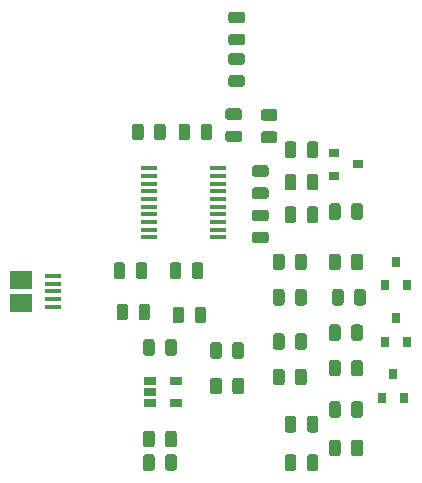
<source format=gbr>
G04 #@! TF.GenerationSoftware,KiCad,Pcbnew,(5.1.5)-3*
G04 #@! TF.CreationDate,2020-10-12T20:48:49-07:00*
G04 #@! TF.ProjectId,tool_head,746f6f6c-5f68-4656-9164-2e6b69636164,B*
G04 #@! TF.SameCoordinates,Original*
G04 #@! TF.FileFunction,Paste,Top*
G04 #@! TF.FilePolarity,Positive*
%FSLAX46Y46*%
G04 Gerber Fmt 4.6, Leading zero omitted, Abs format (unit mm)*
G04 Created by KiCad (PCBNEW (5.1.5)-3) date 2020-10-12 20:48:49*
%MOMM*%
%LPD*%
G04 APERTURE LIST*
%ADD10C,0.100000*%
%ADD11R,1.450000X0.450000*%
%ADD12R,1.900000X1.500000*%
%ADD13R,1.350000X0.400000*%
%ADD14R,1.060000X0.650000*%
%ADD15R,0.800000X0.900000*%
%ADD16R,0.900000X0.800000*%
G04 APERTURE END LIST*
D10*
G36*
X164000142Y-75551174D02*
G01*
X164023803Y-75554684D01*
X164047007Y-75560496D01*
X164069529Y-75568554D01*
X164091153Y-75578782D01*
X164111670Y-75591079D01*
X164130883Y-75605329D01*
X164148607Y-75621393D01*
X164164671Y-75639117D01*
X164178921Y-75658330D01*
X164191218Y-75678847D01*
X164201446Y-75700471D01*
X164209504Y-75722993D01*
X164215316Y-75746197D01*
X164218826Y-75769858D01*
X164220000Y-75793750D01*
X164220000Y-76706250D01*
X164218826Y-76730142D01*
X164215316Y-76753803D01*
X164209504Y-76777007D01*
X164201446Y-76799529D01*
X164191218Y-76821153D01*
X164178921Y-76841670D01*
X164164671Y-76860883D01*
X164148607Y-76878607D01*
X164130883Y-76894671D01*
X164111670Y-76908921D01*
X164091153Y-76921218D01*
X164069529Y-76931446D01*
X164047007Y-76939504D01*
X164023803Y-76945316D01*
X164000142Y-76948826D01*
X163976250Y-76950000D01*
X163488750Y-76950000D01*
X163464858Y-76948826D01*
X163441197Y-76945316D01*
X163417993Y-76939504D01*
X163395471Y-76931446D01*
X163373847Y-76921218D01*
X163353330Y-76908921D01*
X163334117Y-76894671D01*
X163316393Y-76878607D01*
X163300329Y-76860883D01*
X163286079Y-76841670D01*
X163273782Y-76821153D01*
X163263554Y-76799529D01*
X163255496Y-76777007D01*
X163249684Y-76753803D01*
X163246174Y-76730142D01*
X163245000Y-76706250D01*
X163245000Y-75793750D01*
X163246174Y-75769858D01*
X163249684Y-75746197D01*
X163255496Y-75722993D01*
X163263554Y-75700471D01*
X163273782Y-75678847D01*
X163286079Y-75658330D01*
X163300329Y-75639117D01*
X163316393Y-75621393D01*
X163334117Y-75605329D01*
X163353330Y-75591079D01*
X163373847Y-75578782D01*
X163395471Y-75568554D01*
X163417993Y-75560496D01*
X163441197Y-75554684D01*
X163464858Y-75551174D01*
X163488750Y-75550000D01*
X163976250Y-75550000D01*
X164000142Y-75551174D01*
G37*
G36*
X165875142Y-75551174D02*
G01*
X165898803Y-75554684D01*
X165922007Y-75560496D01*
X165944529Y-75568554D01*
X165966153Y-75578782D01*
X165986670Y-75591079D01*
X166005883Y-75605329D01*
X166023607Y-75621393D01*
X166039671Y-75639117D01*
X166053921Y-75658330D01*
X166066218Y-75678847D01*
X166076446Y-75700471D01*
X166084504Y-75722993D01*
X166090316Y-75746197D01*
X166093826Y-75769858D01*
X166095000Y-75793750D01*
X166095000Y-76706250D01*
X166093826Y-76730142D01*
X166090316Y-76753803D01*
X166084504Y-76777007D01*
X166076446Y-76799529D01*
X166066218Y-76821153D01*
X166053921Y-76841670D01*
X166039671Y-76860883D01*
X166023607Y-76878607D01*
X166005883Y-76894671D01*
X165986670Y-76908921D01*
X165966153Y-76921218D01*
X165944529Y-76931446D01*
X165922007Y-76939504D01*
X165898803Y-76945316D01*
X165875142Y-76948826D01*
X165851250Y-76950000D01*
X165363750Y-76950000D01*
X165339858Y-76948826D01*
X165316197Y-76945316D01*
X165292993Y-76939504D01*
X165270471Y-76931446D01*
X165248847Y-76921218D01*
X165228330Y-76908921D01*
X165209117Y-76894671D01*
X165191393Y-76878607D01*
X165175329Y-76860883D01*
X165161079Y-76841670D01*
X165148782Y-76821153D01*
X165138554Y-76799529D01*
X165130496Y-76777007D01*
X165124684Y-76753803D01*
X165121174Y-76730142D01*
X165120000Y-76706250D01*
X165120000Y-75793750D01*
X165121174Y-75769858D01*
X165124684Y-75746197D01*
X165130496Y-75722993D01*
X165138554Y-75700471D01*
X165148782Y-75678847D01*
X165161079Y-75658330D01*
X165175329Y-75639117D01*
X165191393Y-75621393D01*
X165209117Y-75605329D01*
X165228330Y-75591079D01*
X165248847Y-75578782D01*
X165270471Y-75568554D01*
X165292993Y-75560496D01*
X165316197Y-75554684D01*
X165339858Y-75551174D01*
X165363750Y-75550000D01*
X165851250Y-75550000D01*
X165875142Y-75551174D01*
G37*
D11*
X151720000Y-54575000D03*
X151720000Y-55225000D03*
X151720000Y-55875000D03*
X151720000Y-56525000D03*
X151720000Y-57175000D03*
X151720000Y-57825000D03*
X151720000Y-58475000D03*
X151720000Y-59125000D03*
X151720000Y-59775000D03*
X151720000Y-60425000D03*
X157620000Y-60425000D03*
X157620000Y-59775000D03*
X157620000Y-59125000D03*
X157620000Y-58475000D03*
X157620000Y-57825000D03*
X157620000Y-57175000D03*
X157620000Y-56525000D03*
X157620000Y-55875000D03*
X157620000Y-55225000D03*
X157620000Y-54575000D03*
D10*
G36*
X151062142Y-50801174D02*
G01*
X151085803Y-50804684D01*
X151109007Y-50810496D01*
X151131529Y-50818554D01*
X151153153Y-50828782D01*
X151173670Y-50841079D01*
X151192883Y-50855329D01*
X151210607Y-50871393D01*
X151226671Y-50889117D01*
X151240921Y-50908330D01*
X151253218Y-50928847D01*
X151263446Y-50950471D01*
X151271504Y-50972993D01*
X151277316Y-50996197D01*
X151280826Y-51019858D01*
X151282000Y-51043750D01*
X151282000Y-51956250D01*
X151280826Y-51980142D01*
X151277316Y-52003803D01*
X151271504Y-52027007D01*
X151263446Y-52049529D01*
X151253218Y-52071153D01*
X151240921Y-52091670D01*
X151226671Y-52110883D01*
X151210607Y-52128607D01*
X151192883Y-52144671D01*
X151173670Y-52158921D01*
X151153153Y-52171218D01*
X151131529Y-52181446D01*
X151109007Y-52189504D01*
X151085803Y-52195316D01*
X151062142Y-52198826D01*
X151038250Y-52200000D01*
X150550750Y-52200000D01*
X150526858Y-52198826D01*
X150503197Y-52195316D01*
X150479993Y-52189504D01*
X150457471Y-52181446D01*
X150435847Y-52171218D01*
X150415330Y-52158921D01*
X150396117Y-52144671D01*
X150378393Y-52128607D01*
X150362329Y-52110883D01*
X150348079Y-52091670D01*
X150335782Y-52071153D01*
X150325554Y-52049529D01*
X150317496Y-52027007D01*
X150311684Y-52003803D01*
X150308174Y-51980142D01*
X150307000Y-51956250D01*
X150307000Y-51043750D01*
X150308174Y-51019858D01*
X150311684Y-50996197D01*
X150317496Y-50972993D01*
X150325554Y-50950471D01*
X150335782Y-50928847D01*
X150348079Y-50908330D01*
X150362329Y-50889117D01*
X150378393Y-50871393D01*
X150396117Y-50855329D01*
X150415330Y-50841079D01*
X150435847Y-50828782D01*
X150457471Y-50818554D01*
X150479993Y-50810496D01*
X150503197Y-50804684D01*
X150526858Y-50801174D01*
X150550750Y-50800000D01*
X151038250Y-50800000D01*
X151062142Y-50801174D01*
G37*
G36*
X152937142Y-50801174D02*
G01*
X152960803Y-50804684D01*
X152984007Y-50810496D01*
X153006529Y-50818554D01*
X153028153Y-50828782D01*
X153048670Y-50841079D01*
X153067883Y-50855329D01*
X153085607Y-50871393D01*
X153101671Y-50889117D01*
X153115921Y-50908330D01*
X153128218Y-50928847D01*
X153138446Y-50950471D01*
X153146504Y-50972993D01*
X153152316Y-50996197D01*
X153155826Y-51019858D01*
X153157000Y-51043750D01*
X153157000Y-51956250D01*
X153155826Y-51980142D01*
X153152316Y-52003803D01*
X153146504Y-52027007D01*
X153138446Y-52049529D01*
X153128218Y-52071153D01*
X153115921Y-52091670D01*
X153101671Y-52110883D01*
X153085607Y-52128607D01*
X153067883Y-52144671D01*
X153048670Y-52158921D01*
X153028153Y-52171218D01*
X153006529Y-52181446D01*
X152984007Y-52189504D01*
X152960803Y-52195316D01*
X152937142Y-52198826D01*
X152913250Y-52200000D01*
X152425750Y-52200000D01*
X152401858Y-52198826D01*
X152378197Y-52195316D01*
X152354993Y-52189504D01*
X152332471Y-52181446D01*
X152310847Y-52171218D01*
X152290330Y-52158921D01*
X152271117Y-52144671D01*
X152253393Y-52128607D01*
X152237329Y-52110883D01*
X152223079Y-52091670D01*
X152210782Y-52071153D01*
X152200554Y-52049529D01*
X152192496Y-52027007D01*
X152186684Y-52003803D01*
X152183174Y-51980142D01*
X152182000Y-51956250D01*
X152182000Y-51043750D01*
X152183174Y-51019858D01*
X152186684Y-50996197D01*
X152192496Y-50972993D01*
X152200554Y-50950471D01*
X152210782Y-50928847D01*
X152223079Y-50908330D01*
X152237329Y-50889117D01*
X152253393Y-50871393D01*
X152271117Y-50855329D01*
X152290330Y-50841079D01*
X152310847Y-50828782D01*
X152332471Y-50818554D01*
X152354993Y-50810496D01*
X152378197Y-50804684D01*
X152401858Y-50801174D01*
X152425750Y-50800000D01*
X152913250Y-50800000D01*
X152937142Y-50801174D01*
G37*
G36*
X155000142Y-50801174D02*
G01*
X155023803Y-50804684D01*
X155047007Y-50810496D01*
X155069529Y-50818554D01*
X155091153Y-50828782D01*
X155111670Y-50841079D01*
X155130883Y-50855329D01*
X155148607Y-50871393D01*
X155164671Y-50889117D01*
X155178921Y-50908330D01*
X155191218Y-50928847D01*
X155201446Y-50950471D01*
X155209504Y-50972993D01*
X155215316Y-50996197D01*
X155218826Y-51019858D01*
X155220000Y-51043750D01*
X155220000Y-51956250D01*
X155218826Y-51980142D01*
X155215316Y-52003803D01*
X155209504Y-52027007D01*
X155201446Y-52049529D01*
X155191218Y-52071153D01*
X155178921Y-52091670D01*
X155164671Y-52110883D01*
X155148607Y-52128607D01*
X155130883Y-52144671D01*
X155111670Y-52158921D01*
X155091153Y-52171218D01*
X155069529Y-52181446D01*
X155047007Y-52189504D01*
X155023803Y-52195316D01*
X155000142Y-52198826D01*
X154976250Y-52200000D01*
X154488750Y-52200000D01*
X154464858Y-52198826D01*
X154441197Y-52195316D01*
X154417993Y-52189504D01*
X154395471Y-52181446D01*
X154373847Y-52171218D01*
X154353330Y-52158921D01*
X154334117Y-52144671D01*
X154316393Y-52128607D01*
X154300329Y-52110883D01*
X154286079Y-52091670D01*
X154273782Y-52071153D01*
X154263554Y-52049529D01*
X154255496Y-52027007D01*
X154249684Y-52003803D01*
X154246174Y-51980142D01*
X154245000Y-51956250D01*
X154245000Y-51043750D01*
X154246174Y-51019858D01*
X154249684Y-50996197D01*
X154255496Y-50972993D01*
X154263554Y-50950471D01*
X154273782Y-50928847D01*
X154286079Y-50908330D01*
X154300329Y-50889117D01*
X154316393Y-50871393D01*
X154334117Y-50855329D01*
X154353330Y-50841079D01*
X154373847Y-50828782D01*
X154395471Y-50818554D01*
X154417993Y-50810496D01*
X154441197Y-50804684D01*
X154464858Y-50801174D01*
X154488750Y-50800000D01*
X154976250Y-50800000D01*
X155000142Y-50801174D01*
G37*
G36*
X156875142Y-50801174D02*
G01*
X156898803Y-50804684D01*
X156922007Y-50810496D01*
X156944529Y-50818554D01*
X156966153Y-50828782D01*
X156986670Y-50841079D01*
X157005883Y-50855329D01*
X157023607Y-50871393D01*
X157039671Y-50889117D01*
X157053921Y-50908330D01*
X157066218Y-50928847D01*
X157076446Y-50950471D01*
X157084504Y-50972993D01*
X157090316Y-50996197D01*
X157093826Y-51019858D01*
X157095000Y-51043750D01*
X157095000Y-51956250D01*
X157093826Y-51980142D01*
X157090316Y-52003803D01*
X157084504Y-52027007D01*
X157076446Y-52049529D01*
X157066218Y-52071153D01*
X157053921Y-52091670D01*
X157039671Y-52110883D01*
X157023607Y-52128607D01*
X157005883Y-52144671D01*
X156986670Y-52158921D01*
X156966153Y-52171218D01*
X156944529Y-52181446D01*
X156922007Y-52189504D01*
X156898803Y-52195316D01*
X156875142Y-52198826D01*
X156851250Y-52200000D01*
X156363750Y-52200000D01*
X156339858Y-52198826D01*
X156316197Y-52195316D01*
X156292993Y-52189504D01*
X156270471Y-52181446D01*
X156248847Y-52171218D01*
X156228330Y-52158921D01*
X156209117Y-52144671D01*
X156191393Y-52128607D01*
X156175329Y-52110883D01*
X156161079Y-52091670D01*
X156148782Y-52071153D01*
X156138554Y-52049529D01*
X156130496Y-52027007D01*
X156124684Y-52003803D01*
X156121174Y-51980142D01*
X156120000Y-51956250D01*
X156120000Y-51043750D01*
X156121174Y-51019858D01*
X156124684Y-50996197D01*
X156130496Y-50972993D01*
X156138554Y-50950471D01*
X156148782Y-50928847D01*
X156161079Y-50908330D01*
X156175329Y-50889117D01*
X156191393Y-50871393D01*
X156209117Y-50855329D01*
X156228330Y-50841079D01*
X156248847Y-50828782D01*
X156270471Y-50818554D01*
X156292993Y-50810496D01*
X156316197Y-50804684D01*
X156339858Y-50801174D01*
X156363750Y-50800000D01*
X156851250Y-50800000D01*
X156875142Y-50801174D01*
G37*
G36*
X159400142Y-51388674D02*
G01*
X159423803Y-51392184D01*
X159447007Y-51397996D01*
X159469529Y-51406054D01*
X159491153Y-51416282D01*
X159511670Y-51428579D01*
X159530883Y-51442829D01*
X159548607Y-51458893D01*
X159564671Y-51476617D01*
X159578921Y-51495830D01*
X159591218Y-51516347D01*
X159601446Y-51537971D01*
X159609504Y-51560493D01*
X159615316Y-51583697D01*
X159618826Y-51607358D01*
X159620000Y-51631250D01*
X159620000Y-52118750D01*
X159618826Y-52142642D01*
X159615316Y-52166303D01*
X159609504Y-52189507D01*
X159601446Y-52212029D01*
X159591218Y-52233653D01*
X159578921Y-52254170D01*
X159564671Y-52273383D01*
X159548607Y-52291107D01*
X159530883Y-52307171D01*
X159511670Y-52321421D01*
X159491153Y-52333718D01*
X159469529Y-52343946D01*
X159447007Y-52352004D01*
X159423803Y-52357816D01*
X159400142Y-52361326D01*
X159376250Y-52362500D01*
X158463750Y-52362500D01*
X158439858Y-52361326D01*
X158416197Y-52357816D01*
X158392993Y-52352004D01*
X158370471Y-52343946D01*
X158348847Y-52333718D01*
X158328330Y-52321421D01*
X158309117Y-52307171D01*
X158291393Y-52291107D01*
X158275329Y-52273383D01*
X158261079Y-52254170D01*
X158248782Y-52233653D01*
X158238554Y-52212029D01*
X158230496Y-52189507D01*
X158224684Y-52166303D01*
X158221174Y-52142642D01*
X158220000Y-52118750D01*
X158220000Y-51631250D01*
X158221174Y-51607358D01*
X158224684Y-51583697D01*
X158230496Y-51560493D01*
X158238554Y-51537971D01*
X158248782Y-51516347D01*
X158261079Y-51495830D01*
X158275329Y-51476617D01*
X158291393Y-51458893D01*
X158309117Y-51442829D01*
X158328330Y-51428579D01*
X158348847Y-51416282D01*
X158370471Y-51406054D01*
X158392993Y-51397996D01*
X158416197Y-51392184D01*
X158439858Y-51388674D01*
X158463750Y-51387500D01*
X159376250Y-51387500D01*
X159400142Y-51388674D01*
G37*
G36*
X159400142Y-49513674D02*
G01*
X159423803Y-49517184D01*
X159447007Y-49522996D01*
X159469529Y-49531054D01*
X159491153Y-49541282D01*
X159511670Y-49553579D01*
X159530883Y-49567829D01*
X159548607Y-49583893D01*
X159564671Y-49601617D01*
X159578921Y-49620830D01*
X159591218Y-49641347D01*
X159601446Y-49662971D01*
X159609504Y-49685493D01*
X159615316Y-49708697D01*
X159618826Y-49732358D01*
X159620000Y-49756250D01*
X159620000Y-50243750D01*
X159618826Y-50267642D01*
X159615316Y-50291303D01*
X159609504Y-50314507D01*
X159601446Y-50337029D01*
X159591218Y-50358653D01*
X159578921Y-50379170D01*
X159564671Y-50398383D01*
X159548607Y-50416107D01*
X159530883Y-50432171D01*
X159511670Y-50446421D01*
X159491153Y-50458718D01*
X159469529Y-50468946D01*
X159447007Y-50477004D01*
X159423803Y-50482816D01*
X159400142Y-50486326D01*
X159376250Y-50487500D01*
X158463750Y-50487500D01*
X158439858Y-50486326D01*
X158416197Y-50482816D01*
X158392993Y-50477004D01*
X158370471Y-50468946D01*
X158348847Y-50458718D01*
X158328330Y-50446421D01*
X158309117Y-50432171D01*
X158291393Y-50416107D01*
X158275329Y-50398383D01*
X158261079Y-50379170D01*
X158248782Y-50358653D01*
X158238554Y-50337029D01*
X158230496Y-50314507D01*
X158224684Y-50291303D01*
X158221174Y-50267642D01*
X158220000Y-50243750D01*
X158220000Y-49756250D01*
X158221174Y-49732358D01*
X158224684Y-49708697D01*
X158230496Y-49685493D01*
X158238554Y-49662971D01*
X158248782Y-49641347D01*
X158261079Y-49620830D01*
X158275329Y-49601617D01*
X158291393Y-49583893D01*
X158309117Y-49567829D01*
X158328330Y-49553579D01*
X158348847Y-49541282D01*
X158370471Y-49531054D01*
X158392993Y-49522996D01*
X158416197Y-49517184D01*
X158439858Y-49513674D01*
X158463750Y-49512500D01*
X159376250Y-49512500D01*
X159400142Y-49513674D01*
G37*
G36*
X153875142Y-76801174D02*
G01*
X153898803Y-76804684D01*
X153922007Y-76810496D01*
X153944529Y-76818554D01*
X153966153Y-76828782D01*
X153986670Y-76841079D01*
X154005883Y-76855329D01*
X154023607Y-76871393D01*
X154039671Y-76889117D01*
X154053921Y-76908330D01*
X154066218Y-76928847D01*
X154076446Y-76950471D01*
X154084504Y-76972993D01*
X154090316Y-76996197D01*
X154093826Y-77019858D01*
X154095000Y-77043750D01*
X154095000Y-77956250D01*
X154093826Y-77980142D01*
X154090316Y-78003803D01*
X154084504Y-78027007D01*
X154076446Y-78049529D01*
X154066218Y-78071153D01*
X154053921Y-78091670D01*
X154039671Y-78110883D01*
X154023607Y-78128607D01*
X154005883Y-78144671D01*
X153986670Y-78158921D01*
X153966153Y-78171218D01*
X153944529Y-78181446D01*
X153922007Y-78189504D01*
X153898803Y-78195316D01*
X153875142Y-78198826D01*
X153851250Y-78200000D01*
X153363750Y-78200000D01*
X153339858Y-78198826D01*
X153316197Y-78195316D01*
X153292993Y-78189504D01*
X153270471Y-78181446D01*
X153248847Y-78171218D01*
X153228330Y-78158921D01*
X153209117Y-78144671D01*
X153191393Y-78128607D01*
X153175329Y-78110883D01*
X153161079Y-78091670D01*
X153148782Y-78071153D01*
X153138554Y-78049529D01*
X153130496Y-78027007D01*
X153124684Y-78003803D01*
X153121174Y-77980142D01*
X153120000Y-77956250D01*
X153120000Y-77043750D01*
X153121174Y-77019858D01*
X153124684Y-76996197D01*
X153130496Y-76972993D01*
X153138554Y-76950471D01*
X153148782Y-76928847D01*
X153161079Y-76908330D01*
X153175329Y-76889117D01*
X153191393Y-76871393D01*
X153209117Y-76855329D01*
X153228330Y-76841079D01*
X153248847Y-76828782D01*
X153270471Y-76818554D01*
X153292993Y-76810496D01*
X153316197Y-76804684D01*
X153339858Y-76801174D01*
X153363750Y-76800000D01*
X153851250Y-76800000D01*
X153875142Y-76801174D01*
G37*
G36*
X152000142Y-76801174D02*
G01*
X152023803Y-76804684D01*
X152047007Y-76810496D01*
X152069529Y-76818554D01*
X152091153Y-76828782D01*
X152111670Y-76841079D01*
X152130883Y-76855329D01*
X152148607Y-76871393D01*
X152164671Y-76889117D01*
X152178921Y-76908330D01*
X152191218Y-76928847D01*
X152201446Y-76950471D01*
X152209504Y-76972993D01*
X152215316Y-76996197D01*
X152218826Y-77019858D01*
X152220000Y-77043750D01*
X152220000Y-77956250D01*
X152218826Y-77980142D01*
X152215316Y-78003803D01*
X152209504Y-78027007D01*
X152201446Y-78049529D01*
X152191218Y-78071153D01*
X152178921Y-78091670D01*
X152164671Y-78110883D01*
X152148607Y-78128607D01*
X152130883Y-78144671D01*
X152111670Y-78158921D01*
X152091153Y-78171218D01*
X152069529Y-78181446D01*
X152047007Y-78189504D01*
X152023803Y-78195316D01*
X152000142Y-78198826D01*
X151976250Y-78200000D01*
X151488750Y-78200000D01*
X151464858Y-78198826D01*
X151441197Y-78195316D01*
X151417993Y-78189504D01*
X151395471Y-78181446D01*
X151373847Y-78171218D01*
X151353330Y-78158921D01*
X151334117Y-78144671D01*
X151316393Y-78128607D01*
X151300329Y-78110883D01*
X151286079Y-78091670D01*
X151273782Y-78071153D01*
X151263554Y-78049529D01*
X151255496Y-78027007D01*
X151249684Y-78003803D01*
X151246174Y-77980142D01*
X151245000Y-77956250D01*
X151245000Y-77043750D01*
X151246174Y-77019858D01*
X151249684Y-76996197D01*
X151255496Y-76972993D01*
X151263554Y-76950471D01*
X151273782Y-76928847D01*
X151286079Y-76908330D01*
X151300329Y-76889117D01*
X151316393Y-76871393D01*
X151334117Y-76855329D01*
X151353330Y-76841079D01*
X151373847Y-76828782D01*
X151395471Y-76818554D01*
X151417993Y-76810496D01*
X151441197Y-76804684D01*
X151464858Y-76801174D01*
X151488750Y-76800000D01*
X151976250Y-76800000D01*
X152000142Y-76801174D01*
G37*
G36*
X162400142Y-49576174D02*
G01*
X162423803Y-49579684D01*
X162447007Y-49585496D01*
X162469529Y-49593554D01*
X162491153Y-49603782D01*
X162511670Y-49616079D01*
X162530883Y-49630329D01*
X162548607Y-49646393D01*
X162564671Y-49664117D01*
X162578921Y-49683330D01*
X162591218Y-49703847D01*
X162601446Y-49725471D01*
X162609504Y-49747993D01*
X162615316Y-49771197D01*
X162618826Y-49794858D01*
X162620000Y-49818750D01*
X162620000Y-50306250D01*
X162618826Y-50330142D01*
X162615316Y-50353803D01*
X162609504Y-50377007D01*
X162601446Y-50399529D01*
X162591218Y-50421153D01*
X162578921Y-50441670D01*
X162564671Y-50460883D01*
X162548607Y-50478607D01*
X162530883Y-50494671D01*
X162511670Y-50508921D01*
X162491153Y-50521218D01*
X162469529Y-50531446D01*
X162447007Y-50539504D01*
X162423803Y-50545316D01*
X162400142Y-50548826D01*
X162376250Y-50550000D01*
X161463750Y-50550000D01*
X161439858Y-50548826D01*
X161416197Y-50545316D01*
X161392993Y-50539504D01*
X161370471Y-50531446D01*
X161348847Y-50521218D01*
X161328330Y-50508921D01*
X161309117Y-50494671D01*
X161291393Y-50478607D01*
X161275329Y-50460883D01*
X161261079Y-50441670D01*
X161248782Y-50421153D01*
X161238554Y-50399529D01*
X161230496Y-50377007D01*
X161224684Y-50353803D01*
X161221174Y-50330142D01*
X161220000Y-50306250D01*
X161220000Y-49818750D01*
X161221174Y-49794858D01*
X161224684Y-49771197D01*
X161230496Y-49747993D01*
X161238554Y-49725471D01*
X161248782Y-49703847D01*
X161261079Y-49683330D01*
X161275329Y-49664117D01*
X161291393Y-49646393D01*
X161309117Y-49630329D01*
X161328330Y-49616079D01*
X161348847Y-49603782D01*
X161370471Y-49593554D01*
X161392993Y-49585496D01*
X161416197Y-49579684D01*
X161439858Y-49576174D01*
X161463750Y-49575000D01*
X162376250Y-49575000D01*
X162400142Y-49576174D01*
G37*
G36*
X162400142Y-51451174D02*
G01*
X162423803Y-51454684D01*
X162447007Y-51460496D01*
X162469529Y-51468554D01*
X162491153Y-51478782D01*
X162511670Y-51491079D01*
X162530883Y-51505329D01*
X162548607Y-51521393D01*
X162564671Y-51539117D01*
X162578921Y-51558330D01*
X162591218Y-51578847D01*
X162601446Y-51600471D01*
X162609504Y-51622993D01*
X162615316Y-51646197D01*
X162618826Y-51669858D01*
X162620000Y-51693750D01*
X162620000Y-52181250D01*
X162618826Y-52205142D01*
X162615316Y-52228803D01*
X162609504Y-52252007D01*
X162601446Y-52274529D01*
X162591218Y-52296153D01*
X162578921Y-52316670D01*
X162564671Y-52335883D01*
X162548607Y-52353607D01*
X162530883Y-52369671D01*
X162511670Y-52383921D01*
X162491153Y-52396218D01*
X162469529Y-52406446D01*
X162447007Y-52414504D01*
X162423803Y-52420316D01*
X162400142Y-52423826D01*
X162376250Y-52425000D01*
X161463750Y-52425000D01*
X161439858Y-52423826D01*
X161416197Y-52420316D01*
X161392993Y-52414504D01*
X161370471Y-52406446D01*
X161348847Y-52396218D01*
X161328330Y-52383921D01*
X161309117Y-52369671D01*
X161291393Y-52353607D01*
X161275329Y-52335883D01*
X161261079Y-52316670D01*
X161248782Y-52296153D01*
X161238554Y-52274529D01*
X161230496Y-52252007D01*
X161224684Y-52228803D01*
X161221174Y-52205142D01*
X161220000Y-52181250D01*
X161220000Y-51693750D01*
X161221174Y-51669858D01*
X161224684Y-51646197D01*
X161230496Y-51622993D01*
X161238554Y-51600471D01*
X161248782Y-51578847D01*
X161261079Y-51558330D01*
X161275329Y-51539117D01*
X161291393Y-51521393D01*
X161309117Y-51505329D01*
X161328330Y-51491079D01*
X161348847Y-51478782D01*
X161370471Y-51468554D01*
X161392993Y-51460496D01*
X161416197Y-51454684D01*
X161439858Y-51451174D01*
X161463750Y-51450000D01*
X162376250Y-51450000D01*
X162400142Y-51451174D01*
G37*
G36*
X152000142Y-78801174D02*
G01*
X152023803Y-78804684D01*
X152047007Y-78810496D01*
X152069529Y-78818554D01*
X152091153Y-78828782D01*
X152111670Y-78841079D01*
X152130883Y-78855329D01*
X152148607Y-78871393D01*
X152164671Y-78889117D01*
X152178921Y-78908330D01*
X152191218Y-78928847D01*
X152201446Y-78950471D01*
X152209504Y-78972993D01*
X152215316Y-78996197D01*
X152218826Y-79019858D01*
X152220000Y-79043750D01*
X152220000Y-79956250D01*
X152218826Y-79980142D01*
X152215316Y-80003803D01*
X152209504Y-80027007D01*
X152201446Y-80049529D01*
X152191218Y-80071153D01*
X152178921Y-80091670D01*
X152164671Y-80110883D01*
X152148607Y-80128607D01*
X152130883Y-80144671D01*
X152111670Y-80158921D01*
X152091153Y-80171218D01*
X152069529Y-80181446D01*
X152047007Y-80189504D01*
X152023803Y-80195316D01*
X152000142Y-80198826D01*
X151976250Y-80200000D01*
X151488750Y-80200000D01*
X151464858Y-80198826D01*
X151441197Y-80195316D01*
X151417993Y-80189504D01*
X151395471Y-80181446D01*
X151373847Y-80171218D01*
X151353330Y-80158921D01*
X151334117Y-80144671D01*
X151316393Y-80128607D01*
X151300329Y-80110883D01*
X151286079Y-80091670D01*
X151273782Y-80071153D01*
X151263554Y-80049529D01*
X151255496Y-80027007D01*
X151249684Y-80003803D01*
X151246174Y-79980142D01*
X151245000Y-79956250D01*
X151245000Y-79043750D01*
X151246174Y-79019858D01*
X151249684Y-78996197D01*
X151255496Y-78972993D01*
X151263554Y-78950471D01*
X151273782Y-78928847D01*
X151286079Y-78908330D01*
X151300329Y-78889117D01*
X151316393Y-78871393D01*
X151334117Y-78855329D01*
X151353330Y-78841079D01*
X151373847Y-78828782D01*
X151395471Y-78818554D01*
X151417993Y-78810496D01*
X151441197Y-78804684D01*
X151464858Y-78801174D01*
X151488750Y-78800000D01*
X151976250Y-78800000D01*
X152000142Y-78801174D01*
G37*
G36*
X153875142Y-78801174D02*
G01*
X153898803Y-78804684D01*
X153922007Y-78810496D01*
X153944529Y-78818554D01*
X153966153Y-78828782D01*
X153986670Y-78841079D01*
X154005883Y-78855329D01*
X154023607Y-78871393D01*
X154039671Y-78889117D01*
X154053921Y-78908330D01*
X154066218Y-78928847D01*
X154076446Y-78950471D01*
X154084504Y-78972993D01*
X154090316Y-78996197D01*
X154093826Y-79019858D01*
X154095000Y-79043750D01*
X154095000Y-79956250D01*
X154093826Y-79980142D01*
X154090316Y-80003803D01*
X154084504Y-80027007D01*
X154076446Y-80049529D01*
X154066218Y-80071153D01*
X154053921Y-80091670D01*
X154039671Y-80110883D01*
X154023607Y-80128607D01*
X154005883Y-80144671D01*
X153986670Y-80158921D01*
X153966153Y-80171218D01*
X153944529Y-80181446D01*
X153922007Y-80189504D01*
X153898803Y-80195316D01*
X153875142Y-80198826D01*
X153851250Y-80200000D01*
X153363750Y-80200000D01*
X153339858Y-80198826D01*
X153316197Y-80195316D01*
X153292993Y-80189504D01*
X153270471Y-80181446D01*
X153248847Y-80171218D01*
X153228330Y-80158921D01*
X153209117Y-80144671D01*
X153191393Y-80128607D01*
X153175329Y-80110883D01*
X153161079Y-80091670D01*
X153148782Y-80071153D01*
X153138554Y-80049529D01*
X153130496Y-80027007D01*
X153124684Y-80003803D01*
X153121174Y-79980142D01*
X153120000Y-79956250D01*
X153120000Y-79043750D01*
X153121174Y-79019858D01*
X153124684Y-78996197D01*
X153130496Y-78972993D01*
X153138554Y-78950471D01*
X153148782Y-78928847D01*
X153161079Y-78908330D01*
X153175329Y-78889117D01*
X153191393Y-78871393D01*
X153209117Y-78855329D01*
X153228330Y-78841079D01*
X153248847Y-78828782D01*
X153270471Y-78818554D01*
X153292993Y-78810496D01*
X153316197Y-78804684D01*
X153339858Y-78801174D01*
X153363750Y-78800000D01*
X153851250Y-78800000D01*
X153875142Y-78801174D01*
G37*
G36*
X159650142Y-46701174D02*
G01*
X159673803Y-46704684D01*
X159697007Y-46710496D01*
X159719529Y-46718554D01*
X159741153Y-46728782D01*
X159761670Y-46741079D01*
X159780883Y-46755329D01*
X159798607Y-46771393D01*
X159814671Y-46789117D01*
X159828921Y-46808330D01*
X159841218Y-46828847D01*
X159851446Y-46850471D01*
X159859504Y-46872993D01*
X159865316Y-46896197D01*
X159868826Y-46919858D01*
X159870000Y-46943750D01*
X159870000Y-47431250D01*
X159868826Y-47455142D01*
X159865316Y-47478803D01*
X159859504Y-47502007D01*
X159851446Y-47524529D01*
X159841218Y-47546153D01*
X159828921Y-47566670D01*
X159814671Y-47585883D01*
X159798607Y-47603607D01*
X159780883Y-47619671D01*
X159761670Y-47633921D01*
X159741153Y-47646218D01*
X159719529Y-47656446D01*
X159697007Y-47664504D01*
X159673803Y-47670316D01*
X159650142Y-47673826D01*
X159626250Y-47675000D01*
X158713750Y-47675000D01*
X158689858Y-47673826D01*
X158666197Y-47670316D01*
X158642993Y-47664504D01*
X158620471Y-47656446D01*
X158598847Y-47646218D01*
X158578330Y-47633921D01*
X158559117Y-47619671D01*
X158541393Y-47603607D01*
X158525329Y-47585883D01*
X158511079Y-47566670D01*
X158498782Y-47546153D01*
X158488554Y-47524529D01*
X158480496Y-47502007D01*
X158474684Y-47478803D01*
X158471174Y-47455142D01*
X158470000Y-47431250D01*
X158470000Y-46943750D01*
X158471174Y-46919858D01*
X158474684Y-46896197D01*
X158480496Y-46872993D01*
X158488554Y-46850471D01*
X158498782Y-46828847D01*
X158511079Y-46808330D01*
X158525329Y-46789117D01*
X158541393Y-46771393D01*
X158559117Y-46755329D01*
X158578330Y-46741079D01*
X158598847Y-46728782D01*
X158620471Y-46718554D01*
X158642993Y-46710496D01*
X158666197Y-46704684D01*
X158689858Y-46701174D01*
X158713750Y-46700000D01*
X159626250Y-46700000D01*
X159650142Y-46701174D01*
G37*
G36*
X159650142Y-44826174D02*
G01*
X159673803Y-44829684D01*
X159697007Y-44835496D01*
X159719529Y-44843554D01*
X159741153Y-44853782D01*
X159761670Y-44866079D01*
X159780883Y-44880329D01*
X159798607Y-44896393D01*
X159814671Y-44914117D01*
X159828921Y-44933330D01*
X159841218Y-44953847D01*
X159851446Y-44975471D01*
X159859504Y-44997993D01*
X159865316Y-45021197D01*
X159868826Y-45044858D01*
X159870000Y-45068750D01*
X159870000Y-45556250D01*
X159868826Y-45580142D01*
X159865316Y-45603803D01*
X159859504Y-45627007D01*
X159851446Y-45649529D01*
X159841218Y-45671153D01*
X159828921Y-45691670D01*
X159814671Y-45710883D01*
X159798607Y-45728607D01*
X159780883Y-45744671D01*
X159761670Y-45758921D01*
X159741153Y-45771218D01*
X159719529Y-45781446D01*
X159697007Y-45789504D01*
X159673803Y-45795316D01*
X159650142Y-45798826D01*
X159626250Y-45800000D01*
X158713750Y-45800000D01*
X158689858Y-45798826D01*
X158666197Y-45795316D01*
X158642993Y-45789504D01*
X158620471Y-45781446D01*
X158598847Y-45771218D01*
X158578330Y-45758921D01*
X158559117Y-45744671D01*
X158541393Y-45728607D01*
X158525329Y-45710883D01*
X158511079Y-45691670D01*
X158498782Y-45671153D01*
X158488554Y-45649529D01*
X158480496Y-45627007D01*
X158474684Y-45603803D01*
X158471174Y-45580142D01*
X158470000Y-45556250D01*
X158470000Y-45068750D01*
X158471174Y-45044858D01*
X158474684Y-45021197D01*
X158480496Y-44997993D01*
X158488554Y-44975471D01*
X158498782Y-44953847D01*
X158511079Y-44933330D01*
X158525329Y-44914117D01*
X158541393Y-44896393D01*
X158559117Y-44880329D01*
X158578330Y-44866079D01*
X158598847Y-44853782D01*
X158620471Y-44843554D01*
X158642993Y-44835496D01*
X158666197Y-44829684D01*
X158689858Y-44826174D01*
X158713750Y-44825000D01*
X159626250Y-44825000D01*
X159650142Y-44826174D01*
G37*
G36*
X159563142Y-72301174D02*
G01*
X159586803Y-72304684D01*
X159610007Y-72310496D01*
X159632529Y-72318554D01*
X159654153Y-72328782D01*
X159674670Y-72341079D01*
X159693883Y-72355329D01*
X159711607Y-72371393D01*
X159727671Y-72389117D01*
X159741921Y-72408330D01*
X159754218Y-72428847D01*
X159764446Y-72450471D01*
X159772504Y-72472993D01*
X159778316Y-72496197D01*
X159781826Y-72519858D01*
X159783000Y-72543750D01*
X159783000Y-73456250D01*
X159781826Y-73480142D01*
X159778316Y-73503803D01*
X159772504Y-73527007D01*
X159764446Y-73549529D01*
X159754218Y-73571153D01*
X159741921Y-73591670D01*
X159727671Y-73610883D01*
X159711607Y-73628607D01*
X159693883Y-73644671D01*
X159674670Y-73658921D01*
X159654153Y-73671218D01*
X159632529Y-73681446D01*
X159610007Y-73689504D01*
X159586803Y-73695316D01*
X159563142Y-73698826D01*
X159539250Y-73700000D01*
X159051750Y-73700000D01*
X159027858Y-73698826D01*
X159004197Y-73695316D01*
X158980993Y-73689504D01*
X158958471Y-73681446D01*
X158936847Y-73671218D01*
X158916330Y-73658921D01*
X158897117Y-73644671D01*
X158879393Y-73628607D01*
X158863329Y-73610883D01*
X158849079Y-73591670D01*
X158836782Y-73571153D01*
X158826554Y-73549529D01*
X158818496Y-73527007D01*
X158812684Y-73503803D01*
X158809174Y-73480142D01*
X158808000Y-73456250D01*
X158808000Y-72543750D01*
X158809174Y-72519858D01*
X158812684Y-72496197D01*
X158818496Y-72472993D01*
X158826554Y-72450471D01*
X158836782Y-72428847D01*
X158849079Y-72408330D01*
X158863329Y-72389117D01*
X158879393Y-72371393D01*
X158897117Y-72355329D01*
X158916330Y-72341079D01*
X158936847Y-72328782D01*
X158958471Y-72318554D01*
X158980993Y-72310496D01*
X159004197Y-72304684D01*
X159027858Y-72301174D01*
X159051750Y-72300000D01*
X159539250Y-72300000D01*
X159563142Y-72301174D01*
G37*
G36*
X157688142Y-72301174D02*
G01*
X157711803Y-72304684D01*
X157735007Y-72310496D01*
X157757529Y-72318554D01*
X157779153Y-72328782D01*
X157799670Y-72341079D01*
X157818883Y-72355329D01*
X157836607Y-72371393D01*
X157852671Y-72389117D01*
X157866921Y-72408330D01*
X157879218Y-72428847D01*
X157889446Y-72450471D01*
X157897504Y-72472993D01*
X157903316Y-72496197D01*
X157906826Y-72519858D01*
X157908000Y-72543750D01*
X157908000Y-73456250D01*
X157906826Y-73480142D01*
X157903316Y-73503803D01*
X157897504Y-73527007D01*
X157889446Y-73549529D01*
X157879218Y-73571153D01*
X157866921Y-73591670D01*
X157852671Y-73610883D01*
X157836607Y-73628607D01*
X157818883Y-73644671D01*
X157799670Y-73658921D01*
X157779153Y-73671218D01*
X157757529Y-73681446D01*
X157735007Y-73689504D01*
X157711803Y-73695316D01*
X157688142Y-73698826D01*
X157664250Y-73700000D01*
X157176750Y-73700000D01*
X157152858Y-73698826D01*
X157129197Y-73695316D01*
X157105993Y-73689504D01*
X157083471Y-73681446D01*
X157061847Y-73671218D01*
X157041330Y-73658921D01*
X157022117Y-73644671D01*
X157004393Y-73628607D01*
X156988329Y-73610883D01*
X156974079Y-73591670D01*
X156961782Y-73571153D01*
X156951554Y-73549529D01*
X156943496Y-73527007D01*
X156937684Y-73503803D01*
X156934174Y-73480142D01*
X156933000Y-73456250D01*
X156933000Y-72543750D01*
X156934174Y-72519858D01*
X156937684Y-72496197D01*
X156943496Y-72472993D01*
X156951554Y-72450471D01*
X156961782Y-72428847D01*
X156974079Y-72408330D01*
X156988329Y-72389117D01*
X157004393Y-72371393D01*
X157022117Y-72355329D01*
X157041330Y-72341079D01*
X157061847Y-72328782D01*
X157083471Y-72318554D01*
X157105993Y-72310496D01*
X157129197Y-72304684D01*
X157152858Y-72301174D01*
X157176750Y-72300000D01*
X157664250Y-72300000D01*
X157688142Y-72301174D01*
G37*
G36*
X161650142Y-58076174D02*
G01*
X161673803Y-58079684D01*
X161697007Y-58085496D01*
X161719529Y-58093554D01*
X161741153Y-58103782D01*
X161761670Y-58116079D01*
X161780883Y-58130329D01*
X161798607Y-58146393D01*
X161814671Y-58164117D01*
X161828921Y-58183330D01*
X161841218Y-58203847D01*
X161851446Y-58225471D01*
X161859504Y-58247993D01*
X161865316Y-58271197D01*
X161868826Y-58294858D01*
X161870000Y-58318750D01*
X161870000Y-58806250D01*
X161868826Y-58830142D01*
X161865316Y-58853803D01*
X161859504Y-58877007D01*
X161851446Y-58899529D01*
X161841218Y-58921153D01*
X161828921Y-58941670D01*
X161814671Y-58960883D01*
X161798607Y-58978607D01*
X161780883Y-58994671D01*
X161761670Y-59008921D01*
X161741153Y-59021218D01*
X161719529Y-59031446D01*
X161697007Y-59039504D01*
X161673803Y-59045316D01*
X161650142Y-59048826D01*
X161626250Y-59050000D01*
X160713750Y-59050000D01*
X160689858Y-59048826D01*
X160666197Y-59045316D01*
X160642993Y-59039504D01*
X160620471Y-59031446D01*
X160598847Y-59021218D01*
X160578330Y-59008921D01*
X160559117Y-58994671D01*
X160541393Y-58978607D01*
X160525329Y-58960883D01*
X160511079Y-58941670D01*
X160498782Y-58921153D01*
X160488554Y-58899529D01*
X160480496Y-58877007D01*
X160474684Y-58853803D01*
X160471174Y-58830142D01*
X160470000Y-58806250D01*
X160470000Y-58318750D01*
X160471174Y-58294858D01*
X160474684Y-58271197D01*
X160480496Y-58247993D01*
X160488554Y-58225471D01*
X160498782Y-58203847D01*
X160511079Y-58183330D01*
X160525329Y-58164117D01*
X160541393Y-58146393D01*
X160559117Y-58130329D01*
X160578330Y-58116079D01*
X160598847Y-58103782D01*
X160620471Y-58093554D01*
X160642993Y-58085496D01*
X160666197Y-58079684D01*
X160689858Y-58076174D01*
X160713750Y-58075000D01*
X161626250Y-58075000D01*
X161650142Y-58076174D01*
G37*
G36*
X161650142Y-59951174D02*
G01*
X161673803Y-59954684D01*
X161697007Y-59960496D01*
X161719529Y-59968554D01*
X161741153Y-59978782D01*
X161761670Y-59991079D01*
X161780883Y-60005329D01*
X161798607Y-60021393D01*
X161814671Y-60039117D01*
X161828921Y-60058330D01*
X161841218Y-60078847D01*
X161851446Y-60100471D01*
X161859504Y-60122993D01*
X161865316Y-60146197D01*
X161868826Y-60169858D01*
X161870000Y-60193750D01*
X161870000Y-60681250D01*
X161868826Y-60705142D01*
X161865316Y-60728803D01*
X161859504Y-60752007D01*
X161851446Y-60774529D01*
X161841218Y-60796153D01*
X161828921Y-60816670D01*
X161814671Y-60835883D01*
X161798607Y-60853607D01*
X161780883Y-60869671D01*
X161761670Y-60883921D01*
X161741153Y-60896218D01*
X161719529Y-60906446D01*
X161697007Y-60914504D01*
X161673803Y-60920316D01*
X161650142Y-60923826D01*
X161626250Y-60925000D01*
X160713750Y-60925000D01*
X160689858Y-60923826D01*
X160666197Y-60920316D01*
X160642993Y-60914504D01*
X160620471Y-60906446D01*
X160598847Y-60896218D01*
X160578330Y-60883921D01*
X160559117Y-60869671D01*
X160541393Y-60853607D01*
X160525329Y-60835883D01*
X160511079Y-60816670D01*
X160498782Y-60796153D01*
X160488554Y-60774529D01*
X160480496Y-60752007D01*
X160474684Y-60728803D01*
X160471174Y-60705142D01*
X160470000Y-60681250D01*
X160470000Y-60193750D01*
X160471174Y-60169858D01*
X160474684Y-60146197D01*
X160480496Y-60122993D01*
X160488554Y-60100471D01*
X160498782Y-60078847D01*
X160511079Y-60058330D01*
X160525329Y-60039117D01*
X160541393Y-60021393D01*
X160559117Y-60005329D01*
X160578330Y-59991079D01*
X160598847Y-59978782D01*
X160620471Y-59968554D01*
X160642993Y-59960496D01*
X160666197Y-59954684D01*
X160689858Y-59951174D01*
X160713750Y-59950000D01*
X161626250Y-59950000D01*
X161650142Y-59951174D01*
G37*
G36*
X169625142Y-61801174D02*
G01*
X169648803Y-61804684D01*
X169672007Y-61810496D01*
X169694529Y-61818554D01*
X169716153Y-61828782D01*
X169736670Y-61841079D01*
X169755883Y-61855329D01*
X169773607Y-61871393D01*
X169789671Y-61889117D01*
X169803921Y-61908330D01*
X169816218Y-61928847D01*
X169826446Y-61950471D01*
X169834504Y-61972993D01*
X169840316Y-61996197D01*
X169843826Y-62019858D01*
X169845000Y-62043750D01*
X169845000Y-62956250D01*
X169843826Y-62980142D01*
X169840316Y-63003803D01*
X169834504Y-63027007D01*
X169826446Y-63049529D01*
X169816218Y-63071153D01*
X169803921Y-63091670D01*
X169789671Y-63110883D01*
X169773607Y-63128607D01*
X169755883Y-63144671D01*
X169736670Y-63158921D01*
X169716153Y-63171218D01*
X169694529Y-63181446D01*
X169672007Y-63189504D01*
X169648803Y-63195316D01*
X169625142Y-63198826D01*
X169601250Y-63200000D01*
X169113750Y-63200000D01*
X169089858Y-63198826D01*
X169066197Y-63195316D01*
X169042993Y-63189504D01*
X169020471Y-63181446D01*
X168998847Y-63171218D01*
X168978330Y-63158921D01*
X168959117Y-63144671D01*
X168941393Y-63128607D01*
X168925329Y-63110883D01*
X168911079Y-63091670D01*
X168898782Y-63071153D01*
X168888554Y-63049529D01*
X168880496Y-63027007D01*
X168874684Y-63003803D01*
X168871174Y-62980142D01*
X168870000Y-62956250D01*
X168870000Y-62043750D01*
X168871174Y-62019858D01*
X168874684Y-61996197D01*
X168880496Y-61972993D01*
X168888554Y-61950471D01*
X168898782Y-61928847D01*
X168911079Y-61908330D01*
X168925329Y-61889117D01*
X168941393Y-61871393D01*
X168959117Y-61855329D01*
X168978330Y-61841079D01*
X168998847Y-61828782D01*
X169020471Y-61818554D01*
X169042993Y-61810496D01*
X169066197Y-61804684D01*
X169089858Y-61801174D01*
X169113750Y-61800000D01*
X169601250Y-61800000D01*
X169625142Y-61801174D01*
G37*
G36*
X167750142Y-61801174D02*
G01*
X167773803Y-61804684D01*
X167797007Y-61810496D01*
X167819529Y-61818554D01*
X167841153Y-61828782D01*
X167861670Y-61841079D01*
X167880883Y-61855329D01*
X167898607Y-61871393D01*
X167914671Y-61889117D01*
X167928921Y-61908330D01*
X167941218Y-61928847D01*
X167951446Y-61950471D01*
X167959504Y-61972993D01*
X167965316Y-61996197D01*
X167968826Y-62019858D01*
X167970000Y-62043750D01*
X167970000Y-62956250D01*
X167968826Y-62980142D01*
X167965316Y-63003803D01*
X167959504Y-63027007D01*
X167951446Y-63049529D01*
X167941218Y-63071153D01*
X167928921Y-63091670D01*
X167914671Y-63110883D01*
X167898607Y-63128607D01*
X167880883Y-63144671D01*
X167861670Y-63158921D01*
X167841153Y-63171218D01*
X167819529Y-63181446D01*
X167797007Y-63189504D01*
X167773803Y-63195316D01*
X167750142Y-63198826D01*
X167726250Y-63200000D01*
X167238750Y-63200000D01*
X167214858Y-63198826D01*
X167191197Y-63195316D01*
X167167993Y-63189504D01*
X167145471Y-63181446D01*
X167123847Y-63171218D01*
X167103330Y-63158921D01*
X167084117Y-63144671D01*
X167066393Y-63128607D01*
X167050329Y-63110883D01*
X167036079Y-63091670D01*
X167023782Y-63071153D01*
X167013554Y-63049529D01*
X167005496Y-63027007D01*
X166999684Y-63003803D01*
X166996174Y-62980142D01*
X166995000Y-62956250D01*
X166995000Y-62043750D01*
X166996174Y-62019858D01*
X166999684Y-61996197D01*
X167005496Y-61972993D01*
X167013554Y-61950471D01*
X167023782Y-61928847D01*
X167036079Y-61908330D01*
X167050329Y-61889117D01*
X167066393Y-61871393D01*
X167084117Y-61855329D01*
X167103330Y-61841079D01*
X167123847Y-61828782D01*
X167145471Y-61818554D01*
X167167993Y-61810496D01*
X167191197Y-61804684D01*
X167214858Y-61801174D01*
X167238750Y-61800000D01*
X167726250Y-61800000D01*
X167750142Y-61801174D01*
G37*
G36*
X169625142Y-67801174D02*
G01*
X169648803Y-67804684D01*
X169672007Y-67810496D01*
X169694529Y-67818554D01*
X169716153Y-67828782D01*
X169736670Y-67841079D01*
X169755883Y-67855329D01*
X169773607Y-67871393D01*
X169789671Y-67889117D01*
X169803921Y-67908330D01*
X169816218Y-67928847D01*
X169826446Y-67950471D01*
X169834504Y-67972993D01*
X169840316Y-67996197D01*
X169843826Y-68019858D01*
X169845000Y-68043750D01*
X169845000Y-68956250D01*
X169843826Y-68980142D01*
X169840316Y-69003803D01*
X169834504Y-69027007D01*
X169826446Y-69049529D01*
X169816218Y-69071153D01*
X169803921Y-69091670D01*
X169789671Y-69110883D01*
X169773607Y-69128607D01*
X169755883Y-69144671D01*
X169736670Y-69158921D01*
X169716153Y-69171218D01*
X169694529Y-69181446D01*
X169672007Y-69189504D01*
X169648803Y-69195316D01*
X169625142Y-69198826D01*
X169601250Y-69200000D01*
X169113750Y-69200000D01*
X169089858Y-69198826D01*
X169066197Y-69195316D01*
X169042993Y-69189504D01*
X169020471Y-69181446D01*
X168998847Y-69171218D01*
X168978330Y-69158921D01*
X168959117Y-69144671D01*
X168941393Y-69128607D01*
X168925329Y-69110883D01*
X168911079Y-69091670D01*
X168898782Y-69071153D01*
X168888554Y-69049529D01*
X168880496Y-69027007D01*
X168874684Y-69003803D01*
X168871174Y-68980142D01*
X168870000Y-68956250D01*
X168870000Y-68043750D01*
X168871174Y-68019858D01*
X168874684Y-67996197D01*
X168880496Y-67972993D01*
X168888554Y-67950471D01*
X168898782Y-67928847D01*
X168911079Y-67908330D01*
X168925329Y-67889117D01*
X168941393Y-67871393D01*
X168959117Y-67855329D01*
X168978330Y-67841079D01*
X168998847Y-67828782D01*
X169020471Y-67818554D01*
X169042993Y-67810496D01*
X169066197Y-67804684D01*
X169089858Y-67801174D01*
X169113750Y-67800000D01*
X169601250Y-67800000D01*
X169625142Y-67801174D01*
G37*
G36*
X167750142Y-67801174D02*
G01*
X167773803Y-67804684D01*
X167797007Y-67810496D01*
X167819529Y-67818554D01*
X167841153Y-67828782D01*
X167861670Y-67841079D01*
X167880883Y-67855329D01*
X167898607Y-67871393D01*
X167914671Y-67889117D01*
X167928921Y-67908330D01*
X167941218Y-67928847D01*
X167951446Y-67950471D01*
X167959504Y-67972993D01*
X167965316Y-67996197D01*
X167968826Y-68019858D01*
X167970000Y-68043750D01*
X167970000Y-68956250D01*
X167968826Y-68980142D01*
X167965316Y-69003803D01*
X167959504Y-69027007D01*
X167951446Y-69049529D01*
X167941218Y-69071153D01*
X167928921Y-69091670D01*
X167914671Y-69110883D01*
X167898607Y-69128607D01*
X167880883Y-69144671D01*
X167861670Y-69158921D01*
X167841153Y-69171218D01*
X167819529Y-69181446D01*
X167797007Y-69189504D01*
X167773803Y-69195316D01*
X167750142Y-69198826D01*
X167726250Y-69200000D01*
X167238750Y-69200000D01*
X167214858Y-69198826D01*
X167191197Y-69195316D01*
X167167993Y-69189504D01*
X167145471Y-69181446D01*
X167123847Y-69171218D01*
X167103330Y-69158921D01*
X167084117Y-69144671D01*
X167066393Y-69128607D01*
X167050329Y-69110883D01*
X167036079Y-69091670D01*
X167023782Y-69071153D01*
X167013554Y-69049529D01*
X167005496Y-69027007D01*
X166999684Y-69003803D01*
X166996174Y-68980142D01*
X166995000Y-68956250D01*
X166995000Y-68043750D01*
X166996174Y-68019858D01*
X166999684Y-67996197D01*
X167005496Y-67972993D01*
X167013554Y-67950471D01*
X167023782Y-67928847D01*
X167036079Y-67908330D01*
X167050329Y-67889117D01*
X167066393Y-67871393D01*
X167084117Y-67855329D01*
X167103330Y-67841079D01*
X167123847Y-67828782D01*
X167145471Y-67818554D01*
X167167993Y-67810496D01*
X167191197Y-67804684D01*
X167214858Y-67801174D01*
X167238750Y-67800000D01*
X167726250Y-67800000D01*
X167750142Y-67801174D01*
G37*
G36*
X167750142Y-74301174D02*
G01*
X167773803Y-74304684D01*
X167797007Y-74310496D01*
X167819529Y-74318554D01*
X167841153Y-74328782D01*
X167861670Y-74341079D01*
X167880883Y-74355329D01*
X167898607Y-74371393D01*
X167914671Y-74389117D01*
X167928921Y-74408330D01*
X167941218Y-74428847D01*
X167951446Y-74450471D01*
X167959504Y-74472993D01*
X167965316Y-74496197D01*
X167968826Y-74519858D01*
X167970000Y-74543750D01*
X167970000Y-75456250D01*
X167968826Y-75480142D01*
X167965316Y-75503803D01*
X167959504Y-75527007D01*
X167951446Y-75549529D01*
X167941218Y-75571153D01*
X167928921Y-75591670D01*
X167914671Y-75610883D01*
X167898607Y-75628607D01*
X167880883Y-75644671D01*
X167861670Y-75658921D01*
X167841153Y-75671218D01*
X167819529Y-75681446D01*
X167797007Y-75689504D01*
X167773803Y-75695316D01*
X167750142Y-75698826D01*
X167726250Y-75700000D01*
X167238750Y-75700000D01*
X167214858Y-75698826D01*
X167191197Y-75695316D01*
X167167993Y-75689504D01*
X167145471Y-75681446D01*
X167123847Y-75671218D01*
X167103330Y-75658921D01*
X167084117Y-75644671D01*
X167066393Y-75628607D01*
X167050329Y-75610883D01*
X167036079Y-75591670D01*
X167023782Y-75571153D01*
X167013554Y-75549529D01*
X167005496Y-75527007D01*
X166999684Y-75503803D01*
X166996174Y-75480142D01*
X166995000Y-75456250D01*
X166995000Y-74543750D01*
X166996174Y-74519858D01*
X166999684Y-74496197D01*
X167005496Y-74472993D01*
X167013554Y-74450471D01*
X167023782Y-74428847D01*
X167036079Y-74408330D01*
X167050329Y-74389117D01*
X167066393Y-74371393D01*
X167084117Y-74355329D01*
X167103330Y-74341079D01*
X167123847Y-74328782D01*
X167145471Y-74318554D01*
X167167993Y-74310496D01*
X167191197Y-74304684D01*
X167214858Y-74301174D01*
X167238750Y-74300000D01*
X167726250Y-74300000D01*
X167750142Y-74301174D01*
G37*
G36*
X169625142Y-74301174D02*
G01*
X169648803Y-74304684D01*
X169672007Y-74310496D01*
X169694529Y-74318554D01*
X169716153Y-74328782D01*
X169736670Y-74341079D01*
X169755883Y-74355329D01*
X169773607Y-74371393D01*
X169789671Y-74389117D01*
X169803921Y-74408330D01*
X169816218Y-74428847D01*
X169826446Y-74450471D01*
X169834504Y-74472993D01*
X169840316Y-74496197D01*
X169843826Y-74519858D01*
X169845000Y-74543750D01*
X169845000Y-75456250D01*
X169843826Y-75480142D01*
X169840316Y-75503803D01*
X169834504Y-75527007D01*
X169826446Y-75549529D01*
X169816218Y-75571153D01*
X169803921Y-75591670D01*
X169789671Y-75610883D01*
X169773607Y-75628607D01*
X169755883Y-75644671D01*
X169736670Y-75658921D01*
X169716153Y-75671218D01*
X169694529Y-75681446D01*
X169672007Y-75689504D01*
X169648803Y-75695316D01*
X169625142Y-75698826D01*
X169601250Y-75700000D01*
X169113750Y-75700000D01*
X169089858Y-75698826D01*
X169066197Y-75695316D01*
X169042993Y-75689504D01*
X169020471Y-75681446D01*
X168998847Y-75671218D01*
X168978330Y-75658921D01*
X168959117Y-75644671D01*
X168941393Y-75628607D01*
X168925329Y-75610883D01*
X168911079Y-75591670D01*
X168898782Y-75571153D01*
X168888554Y-75549529D01*
X168880496Y-75527007D01*
X168874684Y-75503803D01*
X168871174Y-75480142D01*
X168870000Y-75456250D01*
X168870000Y-74543750D01*
X168871174Y-74519858D01*
X168874684Y-74496197D01*
X168880496Y-74472993D01*
X168888554Y-74450471D01*
X168898782Y-74428847D01*
X168911079Y-74408330D01*
X168925329Y-74389117D01*
X168941393Y-74371393D01*
X168959117Y-74355329D01*
X168978330Y-74341079D01*
X168998847Y-74328782D01*
X169020471Y-74318554D01*
X169042993Y-74310496D01*
X169066197Y-74304684D01*
X169089858Y-74301174D01*
X169113750Y-74300000D01*
X169601250Y-74300000D01*
X169625142Y-74301174D01*
G37*
G36*
X169625142Y-57551174D02*
G01*
X169648803Y-57554684D01*
X169672007Y-57560496D01*
X169694529Y-57568554D01*
X169716153Y-57578782D01*
X169736670Y-57591079D01*
X169755883Y-57605329D01*
X169773607Y-57621393D01*
X169789671Y-57639117D01*
X169803921Y-57658330D01*
X169816218Y-57678847D01*
X169826446Y-57700471D01*
X169834504Y-57722993D01*
X169840316Y-57746197D01*
X169843826Y-57769858D01*
X169845000Y-57793750D01*
X169845000Y-58706250D01*
X169843826Y-58730142D01*
X169840316Y-58753803D01*
X169834504Y-58777007D01*
X169826446Y-58799529D01*
X169816218Y-58821153D01*
X169803921Y-58841670D01*
X169789671Y-58860883D01*
X169773607Y-58878607D01*
X169755883Y-58894671D01*
X169736670Y-58908921D01*
X169716153Y-58921218D01*
X169694529Y-58931446D01*
X169672007Y-58939504D01*
X169648803Y-58945316D01*
X169625142Y-58948826D01*
X169601250Y-58950000D01*
X169113750Y-58950000D01*
X169089858Y-58948826D01*
X169066197Y-58945316D01*
X169042993Y-58939504D01*
X169020471Y-58931446D01*
X168998847Y-58921218D01*
X168978330Y-58908921D01*
X168959117Y-58894671D01*
X168941393Y-58878607D01*
X168925329Y-58860883D01*
X168911079Y-58841670D01*
X168898782Y-58821153D01*
X168888554Y-58799529D01*
X168880496Y-58777007D01*
X168874684Y-58753803D01*
X168871174Y-58730142D01*
X168870000Y-58706250D01*
X168870000Y-57793750D01*
X168871174Y-57769858D01*
X168874684Y-57746197D01*
X168880496Y-57722993D01*
X168888554Y-57700471D01*
X168898782Y-57678847D01*
X168911079Y-57658330D01*
X168925329Y-57639117D01*
X168941393Y-57621393D01*
X168959117Y-57605329D01*
X168978330Y-57591079D01*
X168998847Y-57578782D01*
X169020471Y-57568554D01*
X169042993Y-57560496D01*
X169066197Y-57554684D01*
X169089858Y-57551174D01*
X169113750Y-57550000D01*
X169601250Y-57550000D01*
X169625142Y-57551174D01*
G37*
G36*
X167750142Y-57551174D02*
G01*
X167773803Y-57554684D01*
X167797007Y-57560496D01*
X167819529Y-57568554D01*
X167841153Y-57578782D01*
X167861670Y-57591079D01*
X167880883Y-57605329D01*
X167898607Y-57621393D01*
X167914671Y-57639117D01*
X167928921Y-57658330D01*
X167941218Y-57678847D01*
X167951446Y-57700471D01*
X167959504Y-57722993D01*
X167965316Y-57746197D01*
X167968826Y-57769858D01*
X167970000Y-57793750D01*
X167970000Y-58706250D01*
X167968826Y-58730142D01*
X167965316Y-58753803D01*
X167959504Y-58777007D01*
X167951446Y-58799529D01*
X167941218Y-58821153D01*
X167928921Y-58841670D01*
X167914671Y-58860883D01*
X167898607Y-58878607D01*
X167880883Y-58894671D01*
X167861670Y-58908921D01*
X167841153Y-58921218D01*
X167819529Y-58931446D01*
X167797007Y-58939504D01*
X167773803Y-58945316D01*
X167750142Y-58948826D01*
X167726250Y-58950000D01*
X167238750Y-58950000D01*
X167214858Y-58948826D01*
X167191197Y-58945316D01*
X167167993Y-58939504D01*
X167145471Y-58931446D01*
X167123847Y-58921218D01*
X167103330Y-58908921D01*
X167084117Y-58894671D01*
X167066393Y-58878607D01*
X167050329Y-58860883D01*
X167036079Y-58841670D01*
X167023782Y-58821153D01*
X167013554Y-58799529D01*
X167005496Y-58777007D01*
X166999684Y-58753803D01*
X166996174Y-58730142D01*
X166995000Y-58706250D01*
X166995000Y-57793750D01*
X166996174Y-57769858D01*
X166999684Y-57746197D01*
X167005496Y-57722993D01*
X167013554Y-57700471D01*
X167023782Y-57678847D01*
X167036079Y-57658330D01*
X167050329Y-57639117D01*
X167066393Y-57621393D01*
X167084117Y-57605329D01*
X167103330Y-57591079D01*
X167123847Y-57578782D01*
X167145471Y-57568554D01*
X167167993Y-57560496D01*
X167191197Y-57554684D01*
X167214858Y-57551174D01*
X167238750Y-57550000D01*
X167726250Y-57550000D01*
X167750142Y-57551174D01*
G37*
G36*
X154250142Y-62551174D02*
G01*
X154273803Y-62554684D01*
X154297007Y-62560496D01*
X154319529Y-62568554D01*
X154341153Y-62578782D01*
X154361670Y-62591079D01*
X154380883Y-62605329D01*
X154398607Y-62621393D01*
X154414671Y-62639117D01*
X154428921Y-62658330D01*
X154441218Y-62678847D01*
X154451446Y-62700471D01*
X154459504Y-62722993D01*
X154465316Y-62746197D01*
X154468826Y-62769858D01*
X154470000Y-62793750D01*
X154470000Y-63706250D01*
X154468826Y-63730142D01*
X154465316Y-63753803D01*
X154459504Y-63777007D01*
X154451446Y-63799529D01*
X154441218Y-63821153D01*
X154428921Y-63841670D01*
X154414671Y-63860883D01*
X154398607Y-63878607D01*
X154380883Y-63894671D01*
X154361670Y-63908921D01*
X154341153Y-63921218D01*
X154319529Y-63931446D01*
X154297007Y-63939504D01*
X154273803Y-63945316D01*
X154250142Y-63948826D01*
X154226250Y-63950000D01*
X153738750Y-63950000D01*
X153714858Y-63948826D01*
X153691197Y-63945316D01*
X153667993Y-63939504D01*
X153645471Y-63931446D01*
X153623847Y-63921218D01*
X153603330Y-63908921D01*
X153584117Y-63894671D01*
X153566393Y-63878607D01*
X153550329Y-63860883D01*
X153536079Y-63841670D01*
X153523782Y-63821153D01*
X153513554Y-63799529D01*
X153505496Y-63777007D01*
X153499684Y-63753803D01*
X153496174Y-63730142D01*
X153495000Y-63706250D01*
X153495000Y-62793750D01*
X153496174Y-62769858D01*
X153499684Y-62746197D01*
X153505496Y-62722993D01*
X153513554Y-62700471D01*
X153523782Y-62678847D01*
X153536079Y-62658330D01*
X153550329Y-62639117D01*
X153566393Y-62621393D01*
X153584117Y-62605329D01*
X153603330Y-62591079D01*
X153623847Y-62578782D01*
X153645471Y-62568554D01*
X153667993Y-62560496D01*
X153691197Y-62554684D01*
X153714858Y-62551174D01*
X153738750Y-62550000D01*
X154226250Y-62550000D01*
X154250142Y-62551174D01*
G37*
G36*
X156125142Y-62551174D02*
G01*
X156148803Y-62554684D01*
X156172007Y-62560496D01*
X156194529Y-62568554D01*
X156216153Y-62578782D01*
X156236670Y-62591079D01*
X156255883Y-62605329D01*
X156273607Y-62621393D01*
X156289671Y-62639117D01*
X156303921Y-62658330D01*
X156316218Y-62678847D01*
X156326446Y-62700471D01*
X156334504Y-62722993D01*
X156340316Y-62746197D01*
X156343826Y-62769858D01*
X156345000Y-62793750D01*
X156345000Y-63706250D01*
X156343826Y-63730142D01*
X156340316Y-63753803D01*
X156334504Y-63777007D01*
X156326446Y-63799529D01*
X156316218Y-63821153D01*
X156303921Y-63841670D01*
X156289671Y-63860883D01*
X156273607Y-63878607D01*
X156255883Y-63894671D01*
X156236670Y-63908921D01*
X156216153Y-63921218D01*
X156194529Y-63931446D01*
X156172007Y-63939504D01*
X156148803Y-63945316D01*
X156125142Y-63948826D01*
X156101250Y-63950000D01*
X155613750Y-63950000D01*
X155589858Y-63948826D01*
X155566197Y-63945316D01*
X155542993Y-63939504D01*
X155520471Y-63931446D01*
X155498847Y-63921218D01*
X155478330Y-63908921D01*
X155459117Y-63894671D01*
X155441393Y-63878607D01*
X155425329Y-63860883D01*
X155411079Y-63841670D01*
X155398782Y-63821153D01*
X155388554Y-63799529D01*
X155380496Y-63777007D01*
X155374684Y-63753803D01*
X155371174Y-63730142D01*
X155370000Y-63706250D01*
X155370000Y-62793750D01*
X155371174Y-62769858D01*
X155374684Y-62746197D01*
X155380496Y-62722993D01*
X155388554Y-62700471D01*
X155398782Y-62678847D01*
X155411079Y-62658330D01*
X155425329Y-62639117D01*
X155441393Y-62621393D01*
X155459117Y-62605329D01*
X155478330Y-62591079D01*
X155498847Y-62578782D01*
X155520471Y-62568554D01*
X155542993Y-62560496D01*
X155566197Y-62554684D01*
X155589858Y-62551174D01*
X155613750Y-62550000D01*
X156101250Y-62550000D01*
X156125142Y-62551174D01*
G37*
G36*
X151375142Y-62551174D02*
G01*
X151398803Y-62554684D01*
X151422007Y-62560496D01*
X151444529Y-62568554D01*
X151466153Y-62578782D01*
X151486670Y-62591079D01*
X151505883Y-62605329D01*
X151523607Y-62621393D01*
X151539671Y-62639117D01*
X151553921Y-62658330D01*
X151566218Y-62678847D01*
X151576446Y-62700471D01*
X151584504Y-62722993D01*
X151590316Y-62746197D01*
X151593826Y-62769858D01*
X151595000Y-62793750D01*
X151595000Y-63706250D01*
X151593826Y-63730142D01*
X151590316Y-63753803D01*
X151584504Y-63777007D01*
X151576446Y-63799529D01*
X151566218Y-63821153D01*
X151553921Y-63841670D01*
X151539671Y-63860883D01*
X151523607Y-63878607D01*
X151505883Y-63894671D01*
X151486670Y-63908921D01*
X151466153Y-63921218D01*
X151444529Y-63931446D01*
X151422007Y-63939504D01*
X151398803Y-63945316D01*
X151375142Y-63948826D01*
X151351250Y-63950000D01*
X150863750Y-63950000D01*
X150839858Y-63948826D01*
X150816197Y-63945316D01*
X150792993Y-63939504D01*
X150770471Y-63931446D01*
X150748847Y-63921218D01*
X150728330Y-63908921D01*
X150709117Y-63894671D01*
X150691393Y-63878607D01*
X150675329Y-63860883D01*
X150661079Y-63841670D01*
X150648782Y-63821153D01*
X150638554Y-63799529D01*
X150630496Y-63777007D01*
X150624684Y-63753803D01*
X150621174Y-63730142D01*
X150620000Y-63706250D01*
X150620000Y-62793750D01*
X150621174Y-62769858D01*
X150624684Y-62746197D01*
X150630496Y-62722993D01*
X150638554Y-62700471D01*
X150648782Y-62678847D01*
X150661079Y-62658330D01*
X150675329Y-62639117D01*
X150691393Y-62621393D01*
X150709117Y-62605329D01*
X150728330Y-62591079D01*
X150748847Y-62578782D01*
X150770471Y-62568554D01*
X150792993Y-62560496D01*
X150816197Y-62554684D01*
X150839858Y-62551174D01*
X150863750Y-62550000D01*
X151351250Y-62550000D01*
X151375142Y-62551174D01*
G37*
G36*
X149500142Y-62551174D02*
G01*
X149523803Y-62554684D01*
X149547007Y-62560496D01*
X149569529Y-62568554D01*
X149591153Y-62578782D01*
X149611670Y-62591079D01*
X149630883Y-62605329D01*
X149648607Y-62621393D01*
X149664671Y-62639117D01*
X149678921Y-62658330D01*
X149691218Y-62678847D01*
X149701446Y-62700471D01*
X149709504Y-62722993D01*
X149715316Y-62746197D01*
X149718826Y-62769858D01*
X149720000Y-62793750D01*
X149720000Y-63706250D01*
X149718826Y-63730142D01*
X149715316Y-63753803D01*
X149709504Y-63777007D01*
X149701446Y-63799529D01*
X149691218Y-63821153D01*
X149678921Y-63841670D01*
X149664671Y-63860883D01*
X149648607Y-63878607D01*
X149630883Y-63894671D01*
X149611670Y-63908921D01*
X149591153Y-63921218D01*
X149569529Y-63931446D01*
X149547007Y-63939504D01*
X149523803Y-63945316D01*
X149500142Y-63948826D01*
X149476250Y-63950000D01*
X148988750Y-63950000D01*
X148964858Y-63948826D01*
X148941197Y-63945316D01*
X148917993Y-63939504D01*
X148895471Y-63931446D01*
X148873847Y-63921218D01*
X148853330Y-63908921D01*
X148834117Y-63894671D01*
X148816393Y-63878607D01*
X148800329Y-63860883D01*
X148786079Y-63841670D01*
X148773782Y-63821153D01*
X148763554Y-63799529D01*
X148755496Y-63777007D01*
X148749684Y-63753803D01*
X148746174Y-63730142D01*
X148745000Y-63706250D01*
X148745000Y-62793750D01*
X148746174Y-62769858D01*
X148749684Y-62746197D01*
X148755496Y-62722993D01*
X148763554Y-62700471D01*
X148773782Y-62678847D01*
X148786079Y-62658330D01*
X148800329Y-62639117D01*
X148816393Y-62621393D01*
X148834117Y-62605329D01*
X148853330Y-62591079D01*
X148873847Y-62578782D01*
X148895471Y-62568554D01*
X148917993Y-62560496D01*
X148941197Y-62554684D01*
X148964858Y-62551174D01*
X148988750Y-62550000D01*
X149476250Y-62550000D01*
X149500142Y-62551174D01*
G37*
D12*
X140932500Y-66000000D03*
D13*
X143632500Y-64350000D03*
X143632500Y-63700000D03*
X143632500Y-66300000D03*
X143632500Y-65650000D03*
X143632500Y-65000000D03*
D12*
X140932500Y-64000000D03*
D10*
G36*
X153875142Y-69051174D02*
G01*
X153898803Y-69054684D01*
X153922007Y-69060496D01*
X153944529Y-69068554D01*
X153966153Y-69078782D01*
X153986670Y-69091079D01*
X154005883Y-69105329D01*
X154023607Y-69121393D01*
X154039671Y-69139117D01*
X154053921Y-69158330D01*
X154066218Y-69178847D01*
X154076446Y-69200471D01*
X154084504Y-69222993D01*
X154090316Y-69246197D01*
X154093826Y-69269858D01*
X154095000Y-69293750D01*
X154095000Y-70206250D01*
X154093826Y-70230142D01*
X154090316Y-70253803D01*
X154084504Y-70277007D01*
X154076446Y-70299529D01*
X154066218Y-70321153D01*
X154053921Y-70341670D01*
X154039671Y-70360883D01*
X154023607Y-70378607D01*
X154005883Y-70394671D01*
X153986670Y-70408921D01*
X153966153Y-70421218D01*
X153944529Y-70431446D01*
X153922007Y-70439504D01*
X153898803Y-70445316D01*
X153875142Y-70448826D01*
X153851250Y-70450000D01*
X153363750Y-70450000D01*
X153339858Y-70448826D01*
X153316197Y-70445316D01*
X153292993Y-70439504D01*
X153270471Y-70431446D01*
X153248847Y-70421218D01*
X153228330Y-70408921D01*
X153209117Y-70394671D01*
X153191393Y-70378607D01*
X153175329Y-70360883D01*
X153161079Y-70341670D01*
X153148782Y-70321153D01*
X153138554Y-70299529D01*
X153130496Y-70277007D01*
X153124684Y-70253803D01*
X153121174Y-70230142D01*
X153120000Y-70206250D01*
X153120000Y-69293750D01*
X153121174Y-69269858D01*
X153124684Y-69246197D01*
X153130496Y-69222993D01*
X153138554Y-69200471D01*
X153148782Y-69178847D01*
X153161079Y-69158330D01*
X153175329Y-69139117D01*
X153191393Y-69121393D01*
X153209117Y-69105329D01*
X153228330Y-69091079D01*
X153248847Y-69078782D01*
X153270471Y-69068554D01*
X153292993Y-69060496D01*
X153316197Y-69054684D01*
X153339858Y-69051174D01*
X153363750Y-69050000D01*
X153851250Y-69050000D01*
X153875142Y-69051174D01*
G37*
G36*
X152000142Y-69051174D02*
G01*
X152023803Y-69054684D01*
X152047007Y-69060496D01*
X152069529Y-69068554D01*
X152091153Y-69078782D01*
X152111670Y-69091079D01*
X152130883Y-69105329D01*
X152148607Y-69121393D01*
X152164671Y-69139117D01*
X152178921Y-69158330D01*
X152191218Y-69178847D01*
X152201446Y-69200471D01*
X152209504Y-69222993D01*
X152215316Y-69246197D01*
X152218826Y-69269858D01*
X152220000Y-69293750D01*
X152220000Y-70206250D01*
X152218826Y-70230142D01*
X152215316Y-70253803D01*
X152209504Y-70277007D01*
X152201446Y-70299529D01*
X152191218Y-70321153D01*
X152178921Y-70341670D01*
X152164671Y-70360883D01*
X152148607Y-70378607D01*
X152130883Y-70394671D01*
X152111670Y-70408921D01*
X152091153Y-70421218D01*
X152069529Y-70431446D01*
X152047007Y-70439504D01*
X152023803Y-70445316D01*
X152000142Y-70448826D01*
X151976250Y-70450000D01*
X151488750Y-70450000D01*
X151464858Y-70448826D01*
X151441197Y-70445316D01*
X151417993Y-70439504D01*
X151395471Y-70431446D01*
X151373847Y-70421218D01*
X151353330Y-70408921D01*
X151334117Y-70394671D01*
X151316393Y-70378607D01*
X151300329Y-70360883D01*
X151286079Y-70341670D01*
X151273782Y-70321153D01*
X151263554Y-70299529D01*
X151255496Y-70277007D01*
X151249684Y-70253803D01*
X151246174Y-70230142D01*
X151245000Y-70206250D01*
X151245000Y-69293750D01*
X151246174Y-69269858D01*
X151249684Y-69246197D01*
X151255496Y-69222993D01*
X151263554Y-69200471D01*
X151273782Y-69178847D01*
X151286079Y-69158330D01*
X151300329Y-69139117D01*
X151316393Y-69121393D01*
X151334117Y-69105329D01*
X151353330Y-69091079D01*
X151373847Y-69078782D01*
X151395471Y-69068554D01*
X151417993Y-69060496D01*
X151441197Y-69054684D01*
X151464858Y-69051174D01*
X151488750Y-69050000D01*
X151976250Y-69050000D01*
X152000142Y-69051174D01*
G37*
G36*
X161650142Y-54326174D02*
G01*
X161673803Y-54329684D01*
X161697007Y-54335496D01*
X161719529Y-54343554D01*
X161741153Y-54353782D01*
X161761670Y-54366079D01*
X161780883Y-54380329D01*
X161798607Y-54396393D01*
X161814671Y-54414117D01*
X161828921Y-54433330D01*
X161841218Y-54453847D01*
X161851446Y-54475471D01*
X161859504Y-54497993D01*
X161865316Y-54521197D01*
X161868826Y-54544858D01*
X161870000Y-54568750D01*
X161870000Y-55056250D01*
X161868826Y-55080142D01*
X161865316Y-55103803D01*
X161859504Y-55127007D01*
X161851446Y-55149529D01*
X161841218Y-55171153D01*
X161828921Y-55191670D01*
X161814671Y-55210883D01*
X161798607Y-55228607D01*
X161780883Y-55244671D01*
X161761670Y-55258921D01*
X161741153Y-55271218D01*
X161719529Y-55281446D01*
X161697007Y-55289504D01*
X161673803Y-55295316D01*
X161650142Y-55298826D01*
X161626250Y-55300000D01*
X160713750Y-55300000D01*
X160689858Y-55298826D01*
X160666197Y-55295316D01*
X160642993Y-55289504D01*
X160620471Y-55281446D01*
X160598847Y-55271218D01*
X160578330Y-55258921D01*
X160559117Y-55244671D01*
X160541393Y-55228607D01*
X160525329Y-55210883D01*
X160511079Y-55191670D01*
X160498782Y-55171153D01*
X160488554Y-55149529D01*
X160480496Y-55127007D01*
X160474684Y-55103803D01*
X160471174Y-55080142D01*
X160470000Y-55056250D01*
X160470000Y-54568750D01*
X160471174Y-54544858D01*
X160474684Y-54521197D01*
X160480496Y-54497993D01*
X160488554Y-54475471D01*
X160498782Y-54453847D01*
X160511079Y-54433330D01*
X160525329Y-54414117D01*
X160541393Y-54396393D01*
X160559117Y-54380329D01*
X160578330Y-54366079D01*
X160598847Y-54353782D01*
X160620471Y-54343554D01*
X160642993Y-54335496D01*
X160666197Y-54329684D01*
X160689858Y-54326174D01*
X160713750Y-54325000D01*
X161626250Y-54325000D01*
X161650142Y-54326174D01*
G37*
G36*
X161650142Y-56201174D02*
G01*
X161673803Y-56204684D01*
X161697007Y-56210496D01*
X161719529Y-56218554D01*
X161741153Y-56228782D01*
X161761670Y-56241079D01*
X161780883Y-56255329D01*
X161798607Y-56271393D01*
X161814671Y-56289117D01*
X161828921Y-56308330D01*
X161841218Y-56328847D01*
X161851446Y-56350471D01*
X161859504Y-56372993D01*
X161865316Y-56396197D01*
X161868826Y-56419858D01*
X161870000Y-56443750D01*
X161870000Y-56931250D01*
X161868826Y-56955142D01*
X161865316Y-56978803D01*
X161859504Y-57002007D01*
X161851446Y-57024529D01*
X161841218Y-57046153D01*
X161828921Y-57066670D01*
X161814671Y-57085883D01*
X161798607Y-57103607D01*
X161780883Y-57119671D01*
X161761670Y-57133921D01*
X161741153Y-57146218D01*
X161719529Y-57156446D01*
X161697007Y-57164504D01*
X161673803Y-57170316D01*
X161650142Y-57173826D01*
X161626250Y-57175000D01*
X160713750Y-57175000D01*
X160689858Y-57173826D01*
X160666197Y-57170316D01*
X160642993Y-57164504D01*
X160620471Y-57156446D01*
X160598847Y-57146218D01*
X160578330Y-57133921D01*
X160559117Y-57119671D01*
X160541393Y-57103607D01*
X160525329Y-57085883D01*
X160511079Y-57066670D01*
X160498782Y-57046153D01*
X160488554Y-57024529D01*
X160480496Y-57002007D01*
X160474684Y-56978803D01*
X160471174Y-56955142D01*
X160470000Y-56931250D01*
X160470000Y-56443750D01*
X160471174Y-56419858D01*
X160474684Y-56396197D01*
X160480496Y-56372993D01*
X160488554Y-56350471D01*
X160498782Y-56328847D01*
X160511079Y-56308330D01*
X160525329Y-56289117D01*
X160541393Y-56271393D01*
X160559117Y-56255329D01*
X160578330Y-56241079D01*
X160598847Y-56228782D01*
X160620471Y-56218554D01*
X160642993Y-56210496D01*
X160666197Y-56204684D01*
X160689858Y-56201174D01*
X160713750Y-56200000D01*
X161626250Y-56200000D01*
X161650142Y-56201174D01*
G37*
G36*
X164875142Y-61801174D02*
G01*
X164898803Y-61804684D01*
X164922007Y-61810496D01*
X164944529Y-61818554D01*
X164966153Y-61828782D01*
X164986670Y-61841079D01*
X165005883Y-61855329D01*
X165023607Y-61871393D01*
X165039671Y-61889117D01*
X165053921Y-61908330D01*
X165066218Y-61928847D01*
X165076446Y-61950471D01*
X165084504Y-61972993D01*
X165090316Y-61996197D01*
X165093826Y-62019858D01*
X165095000Y-62043750D01*
X165095000Y-62956250D01*
X165093826Y-62980142D01*
X165090316Y-63003803D01*
X165084504Y-63027007D01*
X165076446Y-63049529D01*
X165066218Y-63071153D01*
X165053921Y-63091670D01*
X165039671Y-63110883D01*
X165023607Y-63128607D01*
X165005883Y-63144671D01*
X164986670Y-63158921D01*
X164966153Y-63171218D01*
X164944529Y-63181446D01*
X164922007Y-63189504D01*
X164898803Y-63195316D01*
X164875142Y-63198826D01*
X164851250Y-63200000D01*
X164363750Y-63200000D01*
X164339858Y-63198826D01*
X164316197Y-63195316D01*
X164292993Y-63189504D01*
X164270471Y-63181446D01*
X164248847Y-63171218D01*
X164228330Y-63158921D01*
X164209117Y-63144671D01*
X164191393Y-63128607D01*
X164175329Y-63110883D01*
X164161079Y-63091670D01*
X164148782Y-63071153D01*
X164138554Y-63049529D01*
X164130496Y-63027007D01*
X164124684Y-63003803D01*
X164121174Y-62980142D01*
X164120000Y-62956250D01*
X164120000Y-62043750D01*
X164121174Y-62019858D01*
X164124684Y-61996197D01*
X164130496Y-61972993D01*
X164138554Y-61950471D01*
X164148782Y-61928847D01*
X164161079Y-61908330D01*
X164175329Y-61889117D01*
X164191393Y-61871393D01*
X164209117Y-61855329D01*
X164228330Y-61841079D01*
X164248847Y-61828782D01*
X164270471Y-61818554D01*
X164292993Y-61810496D01*
X164316197Y-61804684D01*
X164339858Y-61801174D01*
X164363750Y-61800000D01*
X164851250Y-61800000D01*
X164875142Y-61801174D01*
G37*
G36*
X163000142Y-61801174D02*
G01*
X163023803Y-61804684D01*
X163047007Y-61810496D01*
X163069529Y-61818554D01*
X163091153Y-61828782D01*
X163111670Y-61841079D01*
X163130883Y-61855329D01*
X163148607Y-61871393D01*
X163164671Y-61889117D01*
X163178921Y-61908330D01*
X163191218Y-61928847D01*
X163201446Y-61950471D01*
X163209504Y-61972993D01*
X163215316Y-61996197D01*
X163218826Y-62019858D01*
X163220000Y-62043750D01*
X163220000Y-62956250D01*
X163218826Y-62980142D01*
X163215316Y-63003803D01*
X163209504Y-63027007D01*
X163201446Y-63049529D01*
X163191218Y-63071153D01*
X163178921Y-63091670D01*
X163164671Y-63110883D01*
X163148607Y-63128607D01*
X163130883Y-63144671D01*
X163111670Y-63158921D01*
X163091153Y-63171218D01*
X163069529Y-63181446D01*
X163047007Y-63189504D01*
X163023803Y-63195316D01*
X163000142Y-63198826D01*
X162976250Y-63200000D01*
X162488750Y-63200000D01*
X162464858Y-63198826D01*
X162441197Y-63195316D01*
X162417993Y-63189504D01*
X162395471Y-63181446D01*
X162373847Y-63171218D01*
X162353330Y-63158921D01*
X162334117Y-63144671D01*
X162316393Y-63128607D01*
X162300329Y-63110883D01*
X162286079Y-63091670D01*
X162273782Y-63071153D01*
X162263554Y-63049529D01*
X162255496Y-63027007D01*
X162249684Y-63003803D01*
X162246174Y-62980142D01*
X162245000Y-62956250D01*
X162245000Y-62043750D01*
X162246174Y-62019858D01*
X162249684Y-61996197D01*
X162255496Y-61972993D01*
X162263554Y-61950471D01*
X162273782Y-61928847D01*
X162286079Y-61908330D01*
X162300329Y-61889117D01*
X162316393Y-61871393D01*
X162334117Y-61855329D01*
X162353330Y-61841079D01*
X162373847Y-61828782D01*
X162395471Y-61818554D01*
X162417993Y-61810496D01*
X162441197Y-61804684D01*
X162464858Y-61801174D01*
X162488750Y-61800000D01*
X162976250Y-61800000D01*
X163000142Y-61801174D01*
G37*
G36*
X164875142Y-68551174D02*
G01*
X164898803Y-68554684D01*
X164922007Y-68560496D01*
X164944529Y-68568554D01*
X164966153Y-68578782D01*
X164986670Y-68591079D01*
X165005883Y-68605329D01*
X165023607Y-68621393D01*
X165039671Y-68639117D01*
X165053921Y-68658330D01*
X165066218Y-68678847D01*
X165076446Y-68700471D01*
X165084504Y-68722993D01*
X165090316Y-68746197D01*
X165093826Y-68769858D01*
X165095000Y-68793750D01*
X165095000Y-69706250D01*
X165093826Y-69730142D01*
X165090316Y-69753803D01*
X165084504Y-69777007D01*
X165076446Y-69799529D01*
X165066218Y-69821153D01*
X165053921Y-69841670D01*
X165039671Y-69860883D01*
X165023607Y-69878607D01*
X165005883Y-69894671D01*
X164986670Y-69908921D01*
X164966153Y-69921218D01*
X164944529Y-69931446D01*
X164922007Y-69939504D01*
X164898803Y-69945316D01*
X164875142Y-69948826D01*
X164851250Y-69950000D01*
X164363750Y-69950000D01*
X164339858Y-69948826D01*
X164316197Y-69945316D01*
X164292993Y-69939504D01*
X164270471Y-69931446D01*
X164248847Y-69921218D01*
X164228330Y-69908921D01*
X164209117Y-69894671D01*
X164191393Y-69878607D01*
X164175329Y-69860883D01*
X164161079Y-69841670D01*
X164148782Y-69821153D01*
X164138554Y-69799529D01*
X164130496Y-69777007D01*
X164124684Y-69753803D01*
X164121174Y-69730142D01*
X164120000Y-69706250D01*
X164120000Y-68793750D01*
X164121174Y-68769858D01*
X164124684Y-68746197D01*
X164130496Y-68722993D01*
X164138554Y-68700471D01*
X164148782Y-68678847D01*
X164161079Y-68658330D01*
X164175329Y-68639117D01*
X164191393Y-68621393D01*
X164209117Y-68605329D01*
X164228330Y-68591079D01*
X164248847Y-68578782D01*
X164270471Y-68568554D01*
X164292993Y-68560496D01*
X164316197Y-68554684D01*
X164339858Y-68551174D01*
X164363750Y-68550000D01*
X164851250Y-68550000D01*
X164875142Y-68551174D01*
G37*
G36*
X163000142Y-68551174D02*
G01*
X163023803Y-68554684D01*
X163047007Y-68560496D01*
X163069529Y-68568554D01*
X163091153Y-68578782D01*
X163111670Y-68591079D01*
X163130883Y-68605329D01*
X163148607Y-68621393D01*
X163164671Y-68639117D01*
X163178921Y-68658330D01*
X163191218Y-68678847D01*
X163201446Y-68700471D01*
X163209504Y-68722993D01*
X163215316Y-68746197D01*
X163218826Y-68769858D01*
X163220000Y-68793750D01*
X163220000Y-69706250D01*
X163218826Y-69730142D01*
X163215316Y-69753803D01*
X163209504Y-69777007D01*
X163201446Y-69799529D01*
X163191218Y-69821153D01*
X163178921Y-69841670D01*
X163164671Y-69860883D01*
X163148607Y-69878607D01*
X163130883Y-69894671D01*
X163111670Y-69908921D01*
X163091153Y-69921218D01*
X163069529Y-69931446D01*
X163047007Y-69939504D01*
X163023803Y-69945316D01*
X163000142Y-69948826D01*
X162976250Y-69950000D01*
X162488750Y-69950000D01*
X162464858Y-69948826D01*
X162441197Y-69945316D01*
X162417993Y-69939504D01*
X162395471Y-69931446D01*
X162373847Y-69921218D01*
X162353330Y-69908921D01*
X162334117Y-69894671D01*
X162316393Y-69878607D01*
X162300329Y-69860883D01*
X162286079Y-69841670D01*
X162273782Y-69821153D01*
X162263554Y-69799529D01*
X162255496Y-69777007D01*
X162249684Y-69753803D01*
X162246174Y-69730142D01*
X162245000Y-69706250D01*
X162245000Y-68793750D01*
X162246174Y-68769858D01*
X162249684Y-68746197D01*
X162255496Y-68722993D01*
X162263554Y-68700471D01*
X162273782Y-68678847D01*
X162286079Y-68658330D01*
X162300329Y-68639117D01*
X162316393Y-68621393D01*
X162334117Y-68605329D01*
X162353330Y-68591079D01*
X162373847Y-68578782D01*
X162395471Y-68568554D01*
X162417993Y-68560496D01*
X162441197Y-68554684D01*
X162464858Y-68551174D01*
X162488750Y-68550000D01*
X162976250Y-68550000D01*
X163000142Y-68551174D01*
G37*
G36*
X165875142Y-52301174D02*
G01*
X165898803Y-52304684D01*
X165922007Y-52310496D01*
X165944529Y-52318554D01*
X165966153Y-52328782D01*
X165986670Y-52341079D01*
X166005883Y-52355329D01*
X166023607Y-52371393D01*
X166039671Y-52389117D01*
X166053921Y-52408330D01*
X166066218Y-52428847D01*
X166076446Y-52450471D01*
X166084504Y-52472993D01*
X166090316Y-52496197D01*
X166093826Y-52519858D01*
X166095000Y-52543750D01*
X166095000Y-53456250D01*
X166093826Y-53480142D01*
X166090316Y-53503803D01*
X166084504Y-53527007D01*
X166076446Y-53549529D01*
X166066218Y-53571153D01*
X166053921Y-53591670D01*
X166039671Y-53610883D01*
X166023607Y-53628607D01*
X166005883Y-53644671D01*
X165986670Y-53658921D01*
X165966153Y-53671218D01*
X165944529Y-53681446D01*
X165922007Y-53689504D01*
X165898803Y-53695316D01*
X165875142Y-53698826D01*
X165851250Y-53700000D01*
X165363750Y-53700000D01*
X165339858Y-53698826D01*
X165316197Y-53695316D01*
X165292993Y-53689504D01*
X165270471Y-53681446D01*
X165248847Y-53671218D01*
X165228330Y-53658921D01*
X165209117Y-53644671D01*
X165191393Y-53628607D01*
X165175329Y-53610883D01*
X165161079Y-53591670D01*
X165148782Y-53571153D01*
X165138554Y-53549529D01*
X165130496Y-53527007D01*
X165124684Y-53503803D01*
X165121174Y-53480142D01*
X165120000Y-53456250D01*
X165120000Y-52543750D01*
X165121174Y-52519858D01*
X165124684Y-52496197D01*
X165130496Y-52472993D01*
X165138554Y-52450471D01*
X165148782Y-52428847D01*
X165161079Y-52408330D01*
X165175329Y-52389117D01*
X165191393Y-52371393D01*
X165209117Y-52355329D01*
X165228330Y-52341079D01*
X165248847Y-52328782D01*
X165270471Y-52318554D01*
X165292993Y-52310496D01*
X165316197Y-52304684D01*
X165339858Y-52301174D01*
X165363750Y-52300000D01*
X165851250Y-52300000D01*
X165875142Y-52301174D01*
G37*
G36*
X164000142Y-52301174D02*
G01*
X164023803Y-52304684D01*
X164047007Y-52310496D01*
X164069529Y-52318554D01*
X164091153Y-52328782D01*
X164111670Y-52341079D01*
X164130883Y-52355329D01*
X164148607Y-52371393D01*
X164164671Y-52389117D01*
X164178921Y-52408330D01*
X164191218Y-52428847D01*
X164201446Y-52450471D01*
X164209504Y-52472993D01*
X164215316Y-52496197D01*
X164218826Y-52519858D01*
X164220000Y-52543750D01*
X164220000Y-53456250D01*
X164218826Y-53480142D01*
X164215316Y-53503803D01*
X164209504Y-53527007D01*
X164201446Y-53549529D01*
X164191218Y-53571153D01*
X164178921Y-53591670D01*
X164164671Y-53610883D01*
X164148607Y-53628607D01*
X164130883Y-53644671D01*
X164111670Y-53658921D01*
X164091153Y-53671218D01*
X164069529Y-53681446D01*
X164047007Y-53689504D01*
X164023803Y-53695316D01*
X164000142Y-53698826D01*
X163976250Y-53700000D01*
X163488750Y-53700000D01*
X163464858Y-53698826D01*
X163441197Y-53695316D01*
X163417993Y-53689504D01*
X163395471Y-53681446D01*
X163373847Y-53671218D01*
X163353330Y-53658921D01*
X163334117Y-53644671D01*
X163316393Y-53628607D01*
X163300329Y-53610883D01*
X163286079Y-53591670D01*
X163273782Y-53571153D01*
X163263554Y-53549529D01*
X163255496Y-53527007D01*
X163249684Y-53503803D01*
X163246174Y-53480142D01*
X163245000Y-53456250D01*
X163245000Y-52543750D01*
X163246174Y-52519858D01*
X163249684Y-52496197D01*
X163255496Y-52472993D01*
X163263554Y-52450471D01*
X163273782Y-52428847D01*
X163286079Y-52408330D01*
X163300329Y-52389117D01*
X163316393Y-52371393D01*
X163334117Y-52355329D01*
X163353330Y-52341079D01*
X163373847Y-52328782D01*
X163395471Y-52318554D01*
X163417993Y-52310496D01*
X163441197Y-52304684D01*
X163464858Y-52301174D01*
X163488750Y-52300000D01*
X163976250Y-52300000D01*
X164000142Y-52301174D01*
G37*
G36*
X163000142Y-64801174D02*
G01*
X163023803Y-64804684D01*
X163047007Y-64810496D01*
X163069529Y-64818554D01*
X163091153Y-64828782D01*
X163111670Y-64841079D01*
X163130883Y-64855329D01*
X163148607Y-64871393D01*
X163164671Y-64889117D01*
X163178921Y-64908330D01*
X163191218Y-64928847D01*
X163201446Y-64950471D01*
X163209504Y-64972993D01*
X163215316Y-64996197D01*
X163218826Y-65019858D01*
X163220000Y-65043750D01*
X163220000Y-65956250D01*
X163218826Y-65980142D01*
X163215316Y-66003803D01*
X163209504Y-66027007D01*
X163201446Y-66049529D01*
X163191218Y-66071153D01*
X163178921Y-66091670D01*
X163164671Y-66110883D01*
X163148607Y-66128607D01*
X163130883Y-66144671D01*
X163111670Y-66158921D01*
X163091153Y-66171218D01*
X163069529Y-66181446D01*
X163047007Y-66189504D01*
X163023803Y-66195316D01*
X163000142Y-66198826D01*
X162976250Y-66200000D01*
X162488750Y-66200000D01*
X162464858Y-66198826D01*
X162441197Y-66195316D01*
X162417993Y-66189504D01*
X162395471Y-66181446D01*
X162373847Y-66171218D01*
X162353330Y-66158921D01*
X162334117Y-66144671D01*
X162316393Y-66128607D01*
X162300329Y-66110883D01*
X162286079Y-66091670D01*
X162273782Y-66071153D01*
X162263554Y-66049529D01*
X162255496Y-66027007D01*
X162249684Y-66003803D01*
X162246174Y-65980142D01*
X162245000Y-65956250D01*
X162245000Y-65043750D01*
X162246174Y-65019858D01*
X162249684Y-64996197D01*
X162255496Y-64972993D01*
X162263554Y-64950471D01*
X162273782Y-64928847D01*
X162286079Y-64908330D01*
X162300329Y-64889117D01*
X162316393Y-64871393D01*
X162334117Y-64855329D01*
X162353330Y-64841079D01*
X162373847Y-64828782D01*
X162395471Y-64818554D01*
X162417993Y-64810496D01*
X162441197Y-64804684D01*
X162464858Y-64801174D01*
X162488750Y-64800000D01*
X162976250Y-64800000D01*
X163000142Y-64801174D01*
G37*
G36*
X164875142Y-64801174D02*
G01*
X164898803Y-64804684D01*
X164922007Y-64810496D01*
X164944529Y-64818554D01*
X164966153Y-64828782D01*
X164986670Y-64841079D01*
X165005883Y-64855329D01*
X165023607Y-64871393D01*
X165039671Y-64889117D01*
X165053921Y-64908330D01*
X165066218Y-64928847D01*
X165076446Y-64950471D01*
X165084504Y-64972993D01*
X165090316Y-64996197D01*
X165093826Y-65019858D01*
X165095000Y-65043750D01*
X165095000Y-65956250D01*
X165093826Y-65980142D01*
X165090316Y-66003803D01*
X165084504Y-66027007D01*
X165076446Y-66049529D01*
X165066218Y-66071153D01*
X165053921Y-66091670D01*
X165039671Y-66110883D01*
X165023607Y-66128607D01*
X165005883Y-66144671D01*
X164986670Y-66158921D01*
X164966153Y-66171218D01*
X164944529Y-66181446D01*
X164922007Y-66189504D01*
X164898803Y-66195316D01*
X164875142Y-66198826D01*
X164851250Y-66200000D01*
X164363750Y-66200000D01*
X164339858Y-66198826D01*
X164316197Y-66195316D01*
X164292993Y-66189504D01*
X164270471Y-66181446D01*
X164248847Y-66171218D01*
X164228330Y-66158921D01*
X164209117Y-66144671D01*
X164191393Y-66128607D01*
X164175329Y-66110883D01*
X164161079Y-66091670D01*
X164148782Y-66071153D01*
X164138554Y-66049529D01*
X164130496Y-66027007D01*
X164124684Y-66003803D01*
X164121174Y-65980142D01*
X164120000Y-65956250D01*
X164120000Y-65043750D01*
X164121174Y-65019858D01*
X164124684Y-64996197D01*
X164130496Y-64972993D01*
X164138554Y-64950471D01*
X164148782Y-64928847D01*
X164161079Y-64908330D01*
X164175329Y-64889117D01*
X164191393Y-64871393D01*
X164209117Y-64855329D01*
X164228330Y-64841079D01*
X164248847Y-64828782D01*
X164270471Y-64818554D01*
X164292993Y-64810496D01*
X164316197Y-64804684D01*
X164339858Y-64801174D01*
X164363750Y-64800000D01*
X164851250Y-64800000D01*
X164875142Y-64801174D01*
G37*
G36*
X164875142Y-71551174D02*
G01*
X164898803Y-71554684D01*
X164922007Y-71560496D01*
X164944529Y-71568554D01*
X164966153Y-71578782D01*
X164986670Y-71591079D01*
X165005883Y-71605329D01*
X165023607Y-71621393D01*
X165039671Y-71639117D01*
X165053921Y-71658330D01*
X165066218Y-71678847D01*
X165076446Y-71700471D01*
X165084504Y-71722993D01*
X165090316Y-71746197D01*
X165093826Y-71769858D01*
X165095000Y-71793750D01*
X165095000Y-72706250D01*
X165093826Y-72730142D01*
X165090316Y-72753803D01*
X165084504Y-72777007D01*
X165076446Y-72799529D01*
X165066218Y-72821153D01*
X165053921Y-72841670D01*
X165039671Y-72860883D01*
X165023607Y-72878607D01*
X165005883Y-72894671D01*
X164986670Y-72908921D01*
X164966153Y-72921218D01*
X164944529Y-72931446D01*
X164922007Y-72939504D01*
X164898803Y-72945316D01*
X164875142Y-72948826D01*
X164851250Y-72950000D01*
X164363750Y-72950000D01*
X164339858Y-72948826D01*
X164316197Y-72945316D01*
X164292993Y-72939504D01*
X164270471Y-72931446D01*
X164248847Y-72921218D01*
X164228330Y-72908921D01*
X164209117Y-72894671D01*
X164191393Y-72878607D01*
X164175329Y-72860883D01*
X164161079Y-72841670D01*
X164148782Y-72821153D01*
X164138554Y-72799529D01*
X164130496Y-72777007D01*
X164124684Y-72753803D01*
X164121174Y-72730142D01*
X164120000Y-72706250D01*
X164120000Y-71793750D01*
X164121174Y-71769858D01*
X164124684Y-71746197D01*
X164130496Y-71722993D01*
X164138554Y-71700471D01*
X164148782Y-71678847D01*
X164161079Y-71658330D01*
X164175329Y-71639117D01*
X164191393Y-71621393D01*
X164209117Y-71605329D01*
X164228330Y-71591079D01*
X164248847Y-71578782D01*
X164270471Y-71568554D01*
X164292993Y-71560496D01*
X164316197Y-71554684D01*
X164339858Y-71551174D01*
X164363750Y-71550000D01*
X164851250Y-71550000D01*
X164875142Y-71551174D01*
G37*
G36*
X163000142Y-71551174D02*
G01*
X163023803Y-71554684D01*
X163047007Y-71560496D01*
X163069529Y-71568554D01*
X163091153Y-71578782D01*
X163111670Y-71591079D01*
X163130883Y-71605329D01*
X163148607Y-71621393D01*
X163164671Y-71639117D01*
X163178921Y-71658330D01*
X163191218Y-71678847D01*
X163201446Y-71700471D01*
X163209504Y-71722993D01*
X163215316Y-71746197D01*
X163218826Y-71769858D01*
X163220000Y-71793750D01*
X163220000Y-72706250D01*
X163218826Y-72730142D01*
X163215316Y-72753803D01*
X163209504Y-72777007D01*
X163201446Y-72799529D01*
X163191218Y-72821153D01*
X163178921Y-72841670D01*
X163164671Y-72860883D01*
X163148607Y-72878607D01*
X163130883Y-72894671D01*
X163111670Y-72908921D01*
X163091153Y-72921218D01*
X163069529Y-72931446D01*
X163047007Y-72939504D01*
X163023803Y-72945316D01*
X163000142Y-72948826D01*
X162976250Y-72950000D01*
X162488750Y-72950000D01*
X162464858Y-72948826D01*
X162441197Y-72945316D01*
X162417993Y-72939504D01*
X162395471Y-72931446D01*
X162373847Y-72921218D01*
X162353330Y-72908921D01*
X162334117Y-72894671D01*
X162316393Y-72878607D01*
X162300329Y-72860883D01*
X162286079Y-72841670D01*
X162273782Y-72821153D01*
X162263554Y-72799529D01*
X162255496Y-72777007D01*
X162249684Y-72753803D01*
X162246174Y-72730142D01*
X162245000Y-72706250D01*
X162245000Y-71793750D01*
X162246174Y-71769858D01*
X162249684Y-71746197D01*
X162255496Y-71722993D01*
X162263554Y-71700471D01*
X162273782Y-71678847D01*
X162286079Y-71658330D01*
X162300329Y-71639117D01*
X162316393Y-71621393D01*
X162334117Y-71605329D01*
X162353330Y-71591079D01*
X162373847Y-71578782D01*
X162395471Y-71568554D01*
X162417993Y-71560496D01*
X162441197Y-71554684D01*
X162464858Y-71551174D01*
X162488750Y-71550000D01*
X162976250Y-71550000D01*
X163000142Y-71551174D01*
G37*
G36*
X165875142Y-78801174D02*
G01*
X165898803Y-78804684D01*
X165922007Y-78810496D01*
X165944529Y-78818554D01*
X165966153Y-78828782D01*
X165986670Y-78841079D01*
X166005883Y-78855329D01*
X166023607Y-78871393D01*
X166039671Y-78889117D01*
X166053921Y-78908330D01*
X166066218Y-78928847D01*
X166076446Y-78950471D01*
X166084504Y-78972993D01*
X166090316Y-78996197D01*
X166093826Y-79019858D01*
X166095000Y-79043750D01*
X166095000Y-79956250D01*
X166093826Y-79980142D01*
X166090316Y-80003803D01*
X166084504Y-80027007D01*
X166076446Y-80049529D01*
X166066218Y-80071153D01*
X166053921Y-80091670D01*
X166039671Y-80110883D01*
X166023607Y-80128607D01*
X166005883Y-80144671D01*
X165986670Y-80158921D01*
X165966153Y-80171218D01*
X165944529Y-80181446D01*
X165922007Y-80189504D01*
X165898803Y-80195316D01*
X165875142Y-80198826D01*
X165851250Y-80200000D01*
X165363750Y-80200000D01*
X165339858Y-80198826D01*
X165316197Y-80195316D01*
X165292993Y-80189504D01*
X165270471Y-80181446D01*
X165248847Y-80171218D01*
X165228330Y-80158921D01*
X165209117Y-80144671D01*
X165191393Y-80128607D01*
X165175329Y-80110883D01*
X165161079Y-80091670D01*
X165148782Y-80071153D01*
X165138554Y-80049529D01*
X165130496Y-80027007D01*
X165124684Y-80003803D01*
X165121174Y-79980142D01*
X165120000Y-79956250D01*
X165120000Y-79043750D01*
X165121174Y-79019858D01*
X165124684Y-78996197D01*
X165130496Y-78972993D01*
X165138554Y-78950471D01*
X165148782Y-78928847D01*
X165161079Y-78908330D01*
X165175329Y-78889117D01*
X165191393Y-78871393D01*
X165209117Y-78855329D01*
X165228330Y-78841079D01*
X165248847Y-78828782D01*
X165270471Y-78818554D01*
X165292993Y-78810496D01*
X165316197Y-78804684D01*
X165339858Y-78801174D01*
X165363750Y-78800000D01*
X165851250Y-78800000D01*
X165875142Y-78801174D01*
G37*
G36*
X164000142Y-78801174D02*
G01*
X164023803Y-78804684D01*
X164047007Y-78810496D01*
X164069529Y-78818554D01*
X164091153Y-78828782D01*
X164111670Y-78841079D01*
X164130883Y-78855329D01*
X164148607Y-78871393D01*
X164164671Y-78889117D01*
X164178921Y-78908330D01*
X164191218Y-78928847D01*
X164201446Y-78950471D01*
X164209504Y-78972993D01*
X164215316Y-78996197D01*
X164218826Y-79019858D01*
X164220000Y-79043750D01*
X164220000Y-79956250D01*
X164218826Y-79980142D01*
X164215316Y-80003803D01*
X164209504Y-80027007D01*
X164201446Y-80049529D01*
X164191218Y-80071153D01*
X164178921Y-80091670D01*
X164164671Y-80110883D01*
X164148607Y-80128607D01*
X164130883Y-80144671D01*
X164111670Y-80158921D01*
X164091153Y-80171218D01*
X164069529Y-80181446D01*
X164047007Y-80189504D01*
X164023803Y-80195316D01*
X164000142Y-80198826D01*
X163976250Y-80200000D01*
X163488750Y-80200000D01*
X163464858Y-80198826D01*
X163441197Y-80195316D01*
X163417993Y-80189504D01*
X163395471Y-80181446D01*
X163373847Y-80171218D01*
X163353330Y-80158921D01*
X163334117Y-80144671D01*
X163316393Y-80128607D01*
X163300329Y-80110883D01*
X163286079Y-80091670D01*
X163273782Y-80071153D01*
X163263554Y-80049529D01*
X163255496Y-80027007D01*
X163249684Y-80003803D01*
X163246174Y-79980142D01*
X163245000Y-79956250D01*
X163245000Y-79043750D01*
X163246174Y-79019858D01*
X163249684Y-78996197D01*
X163255496Y-78972993D01*
X163263554Y-78950471D01*
X163273782Y-78928847D01*
X163286079Y-78908330D01*
X163300329Y-78889117D01*
X163316393Y-78871393D01*
X163334117Y-78855329D01*
X163353330Y-78841079D01*
X163373847Y-78828782D01*
X163395471Y-78818554D01*
X163417993Y-78810496D01*
X163441197Y-78804684D01*
X163464858Y-78801174D01*
X163488750Y-78800000D01*
X163976250Y-78800000D01*
X164000142Y-78801174D01*
G37*
G36*
X164000142Y-55051174D02*
G01*
X164023803Y-55054684D01*
X164047007Y-55060496D01*
X164069529Y-55068554D01*
X164091153Y-55078782D01*
X164111670Y-55091079D01*
X164130883Y-55105329D01*
X164148607Y-55121393D01*
X164164671Y-55139117D01*
X164178921Y-55158330D01*
X164191218Y-55178847D01*
X164201446Y-55200471D01*
X164209504Y-55222993D01*
X164215316Y-55246197D01*
X164218826Y-55269858D01*
X164220000Y-55293750D01*
X164220000Y-56206250D01*
X164218826Y-56230142D01*
X164215316Y-56253803D01*
X164209504Y-56277007D01*
X164201446Y-56299529D01*
X164191218Y-56321153D01*
X164178921Y-56341670D01*
X164164671Y-56360883D01*
X164148607Y-56378607D01*
X164130883Y-56394671D01*
X164111670Y-56408921D01*
X164091153Y-56421218D01*
X164069529Y-56431446D01*
X164047007Y-56439504D01*
X164023803Y-56445316D01*
X164000142Y-56448826D01*
X163976250Y-56450000D01*
X163488750Y-56450000D01*
X163464858Y-56448826D01*
X163441197Y-56445316D01*
X163417993Y-56439504D01*
X163395471Y-56431446D01*
X163373847Y-56421218D01*
X163353330Y-56408921D01*
X163334117Y-56394671D01*
X163316393Y-56378607D01*
X163300329Y-56360883D01*
X163286079Y-56341670D01*
X163273782Y-56321153D01*
X163263554Y-56299529D01*
X163255496Y-56277007D01*
X163249684Y-56253803D01*
X163246174Y-56230142D01*
X163245000Y-56206250D01*
X163245000Y-55293750D01*
X163246174Y-55269858D01*
X163249684Y-55246197D01*
X163255496Y-55222993D01*
X163263554Y-55200471D01*
X163273782Y-55178847D01*
X163286079Y-55158330D01*
X163300329Y-55139117D01*
X163316393Y-55121393D01*
X163334117Y-55105329D01*
X163353330Y-55091079D01*
X163373847Y-55078782D01*
X163395471Y-55068554D01*
X163417993Y-55060496D01*
X163441197Y-55054684D01*
X163464858Y-55051174D01*
X163488750Y-55050000D01*
X163976250Y-55050000D01*
X164000142Y-55051174D01*
G37*
G36*
X165875142Y-55051174D02*
G01*
X165898803Y-55054684D01*
X165922007Y-55060496D01*
X165944529Y-55068554D01*
X165966153Y-55078782D01*
X165986670Y-55091079D01*
X166005883Y-55105329D01*
X166023607Y-55121393D01*
X166039671Y-55139117D01*
X166053921Y-55158330D01*
X166066218Y-55178847D01*
X166076446Y-55200471D01*
X166084504Y-55222993D01*
X166090316Y-55246197D01*
X166093826Y-55269858D01*
X166095000Y-55293750D01*
X166095000Y-56206250D01*
X166093826Y-56230142D01*
X166090316Y-56253803D01*
X166084504Y-56277007D01*
X166076446Y-56299529D01*
X166066218Y-56321153D01*
X166053921Y-56341670D01*
X166039671Y-56360883D01*
X166023607Y-56378607D01*
X166005883Y-56394671D01*
X165986670Y-56408921D01*
X165966153Y-56421218D01*
X165944529Y-56431446D01*
X165922007Y-56439504D01*
X165898803Y-56445316D01*
X165875142Y-56448826D01*
X165851250Y-56450000D01*
X165363750Y-56450000D01*
X165339858Y-56448826D01*
X165316197Y-56445316D01*
X165292993Y-56439504D01*
X165270471Y-56431446D01*
X165248847Y-56421218D01*
X165228330Y-56408921D01*
X165209117Y-56394671D01*
X165191393Y-56378607D01*
X165175329Y-56360883D01*
X165161079Y-56341670D01*
X165148782Y-56321153D01*
X165138554Y-56299529D01*
X165130496Y-56277007D01*
X165124684Y-56253803D01*
X165121174Y-56230142D01*
X165120000Y-56206250D01*
X165120000Y-55293750D01*
X165121174Y-55269858D01*
X165124684Y-55246197D01*
X165130496Y-55222993D01*
X165138554Y-55200471D01*
X165148782Y-55178847D01*
X165161079Y-55158330D01*
X165175329Y-55139117D01*
X165191393Y-55121393D01*
X165209117Y-55105329D01*
X165228330Y-55091079D01*
X165248847Y-55078782D01*
X165270471Y-55068554D01*
X165292993Y-55060496D01*
X165316197Y-55054684D01*
X165339858Y-55051174D01*
X165363750Y-55050000D01*
X165851250Y-55050000D01*
X165875142Y-55051174D01*
G37*
G36*
X168000142Y-64801174D02*
G01*
X168023803Y-64804684D01*
X168047007Y-64810496D01*
X168069529Y-64818554D01*
X168091153Y-64828782D01*
X168111670Y-64841079D01*
X168130883Y-64855329D01*
X168148607Y-64871393D01*
X168164671Y-64889117D01*
X168178921Y-64908330D01*
X168191218Y-64928847D01*
X168201446Y-64950471D01*
X168209504Y-64972993D01*
X168215316Y-64996197D01*
X168218826Y-65019858D01*
X168220000Y-65043750D01*
X168220000Y-65956250D01*
X168218826Y-65980142D01*
X168215316Y-66003803D01*
X168209504Y-66027007D01*
X168201446Y-66049529D01*
X168191218Y-66071153D01*
X168178921Y-66091670D01*
X168164671Y-66110883D01*
X168148607Y-66128607D01*
X168130883Y-66144671D01*
X168111670Y-66158921D01*
X168091153Y-66171218D01*
X168069529Y-66181446D01*
X168047007Y-66189504D01*
X168023803Y-66195316D01*
X168000142Y-66198826D01*
X167976250Y-66200000D01*
X167488750Y-66200000D01*
X167464858Y-66198826D01*
X167441197Y-66195316D01*
X167417993Y-66189504D01*
X167395471Y-66181446D01*
X167373847Y-66171218D01*
X167353330Y-66158921D01*
X167334117Y-66144671D01*
X167316393Y-66128607D01*
X167300329Y-66110883D01*
X167286079Y-66091670D01*
X167273782Y-66071153D01*
X167263554Y-66049529D01*
X167255496Y-66027007D01*
X167249684Y-66003803D01*
X167246174Y-65980142D01*
X167245000Y-65956250D01*
X167245000Y-65043750D01*
X167246174Y-65019858D01*
X167249684Y-64996197D01*
X167255496Y-64972993D01*
X167263554Y-64950471D01*
X167273782Y-64928847D01*
X167286079Y-64908330D01*
X167300329Y-64889117D01*
X167316393Y-64871393D01*
X167334117Y-64855329D01*
X167353330Y-64841079D01*
X167373847Y-64828782D01*
X167395471Y-64818554D01*
X167417993Y-64810496D01*
X167441197Y-64804684D01*
X167464858Y-64801174D01*
X167488750Y-64800000D01*
X167976250Y-64800000D01*
X168000142Y-64801174D01*
G37*
G36*
X169875142Y-64801174D02*
G01*
X169898803Y-64804684D01*
X169922007Y-64810496D01*
X169944529Y-64818554D01*
X169966153Y-64828782D01*
X169986670Y-64841079D01*
X170005883Y-64855329D01*
X170023607Y-64871393D01*
X170039671Y-64889117D01*
X170053921Y-64908330D01*
X170066218Y-64928847D01*
X170076446Y-64950471D01*
X170084504Y-64972993D01*
X170090316Y-64996197D01*
X170093826Y-65019858D01*
X170095000Y-65043750D01*
X170095000Y-65956250D01*
X170093826Y-65980142D01*
X170090316Y-66003803D01*
X170084504Y-66027007D01*
X170076446Y-66049529D01*
X170066218Y-66071153D01*
X170053921Y-66091670D01*
X170039671Y-66110883D01*
X170023607Y-66128607D01*
X170005883Y-66144671D01*
X169986670Y-66158921D01*
X169966153Y-66171218D01*
X169944529Y-66181446D01*
X169922007Y-66189504D01*
X169898803Y-66195316D01*
X169875142Y-66198826D01*
X169851250Y-66200000D01*
X169363750Y-66200000D01*
X169339858Y-66198826D01*
X169316197Y-66195316D01*
X169292993Y-66189504D01*
X169270471Y-66181446D01*
X169248847Y-66171218D01*
X169228330Y-66158921D01*
X169209117Y-66144671D01*
X169191393Y-66128607D01*
X169175329Y-66110883D01*
X169161079Y-66091670D01*
X169148782Y-66071153D01*
X169138554Y-66049529D01*
X169130496Y-66027007D01*
X169124684Y-66003803D01*
X169121174Y-65980142D01*
X169120000Y-65956250D01*
X169120000Y-65043750D01*
X169121174Y-65019858D01*
X169124684Y-64996197D01*
X169130496Y-64972993D01*
X169138554Y-64950471D01*
X169148782Y-64928847D01*
X169161079Y-64908330D01*
X169175329Y-64889117D01*
X169191393Y-64871393D01*
X169209117Y-64855329D01*
X169228330Y-64841079D01*
X169248847Y-64828782D01*
X169270471Y-64818554D01*
X169292993Y-64810496D01*
X169316197Y-64804684D01*
X169339858Y-64801174D01*
X169363750Y-64800000D01*
X169851250Y-64800000D01*
X169875142Y-64801174D01*
G37*
G36*
X159650142Y-43201174D02*
G01*
X159673803Y-43204684D01*
X159697007Y-43210496D01*
X159719529Y-43218554D01*
X159741153Y-43228782D01*
X159761670Y-43241079D01*
X159780883Y-43255329D01*
X159798607Y-43271393D01*
X159814671Y-43289117D01*
X159828921Y-43308330D01*
X159841218Y-43328847D01*
X159851446Y-43350471D01*
X159859504Y-43372993D01*
X159865316Y-43396197D01*
X159868826Y-43419858D01*
X159870000Y-43443750D01*
X159870000Y-43931250D01*
X159868826Y-43955142D01*
X159865316Y-43978803D01*
X159859504Y-44002007D01*
X159851446Y-44024529D01*
X159841218Y-44046153D01*
X159828921Y-44066670D01*
X159814671Y-44085883D01*
X159798607Y-44103607D01*
X159780883Y-44119671D01*
X159761670Y-44133921D01*
X159741153Y-44146218D01*
X159719529Y-44156446D01*
X159697007Y-44164504D01*
X159673803Y-44170316D01*
X159650142Y-44173826D01*
X159626250Y-44175000D01*
X158713750Y-44175000D01*
X158689858Y-44173826D01*
X158666197Y-44170316D01*
X158642993Y-44164504D01*
X158620471Y-44156446D01*
X158598847Y-44146218D01*
X158578330Y-44133921D01*
X158559117Y-44119671D01*
X158541393Y-44103607D01*
X158525329Y-44085883D01*
X158511079Y-44066670D01*
X158498782Y-44046153D01*
X158488554Y-44024529D01*
X158480496Y-44002007D01*
X158474684Y-43978803D01*
X158471174Y-43955142D01*
X158470000Y-43931250D01*
X158470000Y-43443750D01*
X158471174Y-43419858D01*
X158474684Y-43396197D01*
X158480496Y-43372993D01*
X158488554Y-43350471D01*
X158498782Y-43328847D01*
X158511079Y-43308330D01*
X158525329Y-43289117D01*
X158541393Y-43271393D01*
X158559117Y-43255329D01*
X158578330Y-43241079D01*
X158598847Y-43228782D01*
X158620471Y-43218554D01*
X158642993Y-43210496D01*
X158666197Y-43204684D01*
X158689858Y-43201174D01*
X158713750Y-43200000D01*
X159626250Y-43200000D01*
X159650142Y-43201174D01*
G37*
G36*
X159650142Y-41326174D02*
G01*
X159673803Y-41329684D01*
X159697007Y-41335496D01*
X159719529Y-41343554D01*
X159741153Y-41353782D01*
X159761670Y-41366079D01*
X159780883Y-41380329D01*
X159798607Y-41396393D01*
X159814671Y-41414117D01*
X159828921Y-41433330D01*
X159841218Y-41453847D01*
X159851446Y-41475471D01*
X159859504Y-41497993D01*
X159865316Y-41521197D01*
X159868826Y-41544858D01*
X159870000Y-41568750D01*
X159870000Y-42056250D01*
X159868826Y-42080142D01*
X159865316Y-42103803D01*
X159859504Y-42127007D01*
X159851446Y-42149529D01*
X159841218Y-42171153D01*
X159828921Y-42191670D01*
X159814671Y-42210883D01*
X159798607Y-42228607D01*
X159780883Y-42244671D01*
X159761670Y-42258921D01*
X159741153Y-42271218D01*
X159719529Y-42281446D01*
X159697007Y-42289504D01*
X159673803Y-42295316D01*
X159650142Y-42298826D01*
X159626250Y-42300000D01*
X158713750Y-42300000D01*
X158689858Y-42298826D01*
X158666197Y-42295316D01*
X158642993Y-42289504D01*
X158620471Y-42281446D01*
X158598847Y-42271218D01*
X158578330Y-42258921D01*
X158559117Y-42244671D01*
X158541393Y-42228607D01*
X158525329Y-42210883D01*
X158511079Y-42191670D01*
X158498782Y-42171153D01*
X158488554Y-42149529D01*
X158480496Y-42127007D01*
X158474684Y-42103803D01*
X158471174Y-42080142D01*
X158470000Y-42056250D01*
X158470000Y-41568750D01*
X158471174Y-41544858D01*
X158474684Y-41521197D01*
X158480496Y-41497993D01*
X158488554Y-41475471D01*
X158498782Y-41453847D01*
X158511079Y-41433330D01*
X158525329Y-41414117D01*
X158541393Y-41396393D01*
X158559117Y-41380329D01*
X158578330Y-41366079D01*
X158598847Y-41353782D01*
X158620471Y-41343554D01*
X158642993Y-41335496D01*
X158666197Y-41329684D01*
X158689858Y-41326174D01*
X158713750Y-41325000D01*
X159626250Y-41325000D01*
X159650142Y-41326174D01*
G37*
G36*
X159563142Y-69301174D02*
G01*
X159586803Y-69304684D01*
X159610007Y-69310496D01*
X159632529Y-69318554D01*
X159654153Y-69328782D01*
X159674670Y-69341079D01*
X159693883Y-69355329D01*
X159711607Y-69371393D01*
X159727671Y-69389117D01*
X159741921Y-69408330D01*
X159754218Y-69428847D01*
X159764446Y-69450471D01*
X159772504Y-69472993D01*
X159778316Y-69496197D01*
X159781826Y-69519858D01*
X159783000Y-69543750D01*
X159783000Y-70456250D01*
X159781826Y-70480142D01*
X159778316Y-70503803D01*
X159772504Y-70527007D01*
X159764446Y-70549529D01*
X159754218Y-70571153D01*
X159741921Y-70591670D01*
X159727671Y-70610883D01*
X159711607Y-70628607D01*
X159693883Y-70644671D01*
X159674670Y-70658921D01*
X159654153Y-70671218D01*
X159632529Y-70681446D01*
X159610007Y-70689504D01*
X159586803Y-70695316D01*
X159563142Y-70698826D01*
X159539250Y-70700000D01*
X159051750Y-70700000D01*
X159027858Y-70698826D01*
X159004197Y-70695316D01*
X158980993Y-70689504D01*
X158958471Y-70681446D01*
X158936847Y-70671218D01*
X158916330Y-70658921D01*
X158897117Y-70644671D01*
X158879393Y-70628607D01*
X158863329Y-70610883D01*
X158849079Y-70591670D01*
X158836782Y-70571153D01*
X158826554Y-70549529D01*
X158818496Y-70527007D01*
X158812684Y-70503803D01*
X158809174Y-70480142D01*
X158808000Y-70456250D01*
X158808000Y-69543750D01*
X158809174Y-69519858D01*
X158812684Y-69496197D01*
X158818496Y-69472993D01*
X158826554Y-69450471D01*
X158836782Y-69428847D01*
X158849079Y-69408330D01*
X158863329Y-69389117D01*
X158879393Y-69371393D01*
X158897117Y-69355329D01*
X158916330Y-69341079D01*
X158936847Y-69328782D01*
X158958471Y-69318554D01*
X158980993Y-69310496D01*
X159004197Y-69304684D01*
X159027858Y-69301174D01*
X159051750Y-69300000D01*
X159539250Y-69300000D01*
X159563142Y-69301174D01*
G37*
G36*
X157688142Y-69301174D02*
G01*
X157711803Y-69304684D01*
X157735007Y-69310496D01*
X157757529Y-69318554D01*
X157779153Y-69328782D01*
X157799670Y-69341079D01*
X157818883Y-69355329D01*
X157836607Y-69371393D01*
X157852671Y-69389117D01*
X157866921Y-69408330D01*
X157879218Y-69428847D01*
X157889446Y-69450471D01*
X157897504Y-69472993D01*
X157903316Y-69496197D01*
X157906826Y-69519858D01*
X157908000Y-69543750D01*
X157908000Y-70456250D01*
X157906826Y-70480142D01*
X157903316Y-70503803D01*
X157897504Y-70527007D01*
X157889446Y-70549529D01*
X157879218Y-70571153D01*
X157866921Y-70591670D01*
X157852671Y-70610883D01*
X157836607Y-70628607D01*
X157818883Y-70644671D01*
X157799670Y-70658921D01*
X157779153Y-70671218D01*
X157757529Y-70681446D01*
X157735007Y-70689504D01*
X157711803Y-70695316D01*
X157688142Y-70698826D01*
X157664250Y-70700000D01*
X157176750Y-70700000D01*
X157152858Y-70698826D01*
X157129197Y-70695316D01*
X157105993Y-70689504D01*
X157083471Y-70681446D01*
X157061847Y-70671218D01*
X157041330Y-70658921D01*
X157022117Y-70644671D01*
X157004393Y-70628607D01*
X156988329Y-70610883D01*
X156974079Y-70591670D01*
X156961782Y-70571153D01*
X156951554Y-70549529D01*
X156943496Y-70527007D01*
X156937684Y-70503803D01*
X156934174Y-70480142D01*
X156933000Y-70456250D01*
X156933000Y-69543750D01*
X156934174Y-69519858D01*
X156937684Y-69496197D01*
X156943496Y-69472993D01*
X156951554Y-69450471D01*
X156961782Y-69428847D01*
X156974079Y-69408330D01*
X156988329Y-69389117D01*
X157004393Y-69371393D01*
X157022117Y-69355329D01*
X157041330Y-69341079D01*
X157061847Y-69328782D01*
X157083471Y-69318554D01*
X157105993Y-69310496D01*
X157129197Y-69304684D01*
X157152858Y-69301174D01*
X157176750Y-69300000D01*
X157664250Y-69300000D01*
X157688142Y-69301174D01*
G37*
G36*
X169625142Y-70801174D02*
G01*
X169648803Y-70804684D01*
X169672007Y-70810496D01*
X169694529Y-70818554D01*
X169716153Y-70828782D01*
X169736670Y-70841079D01*
X169755883Y-70855329D01*
X169773607Y-70871393D01*
X169789671Y-70889117D01*
X169803921Y-70908330D01*
X169816218Y-70928847D01*
X169826446Y-70950471D01*
X169834504Y-70972993D01*
X169840316Y-70996197D01*
X169843826Y-71019858D01*
X169845000Y-71043750D01*
X169845000Y-71956250D01*
X169843826Y-71980142D01*
X169840316Y-72003803D01*
X169834504Y-72027007D01*
X169826446Y-72049529D01*
X169816218Y-72071153D01*
X169803921Y-72091670D01*
X169789671Y-72110883D01*
X169773607Y-72128607D01*
X169755883Y-72144671D01*
X169736670Y-72158921D01*
X169716153Y-72171218D01*
X169694529Y-72181446D01*
X169672007Y-72189504D01*
X169648803Y-72195316D01*
X169625142Y-72198826D01*
X169601250Y-72200000D01*
X169113750Y-72200000D01*
X169089858Y-72198826D01*
X169066197Y-72195316D01*
X169042993Y-72189504D01*
X169020471Y-72181446D01*
X168998847Y-72171218D01*
X168978330Y-72158921D01*
X168959117Y-72144671D01*
X168941393Y-72128607D01*
X168925329Y-72110883D01*
X168911079Y-72091670D01*
X168898782Y-72071153D01*
X168888554Y-72049529D01*
X168880496Y-72027007D01*
X168874684Y-72003803D01*
X168871174Y-71980142D01*
X168870000Y-71956250D01*
X168870000Y-71043750D01*
X168871174Y-71019858D01*
X168874684Y-70996197D01*
X168880496Y-70972993D01*
X168888554Y-70950471D01*
X168898782Y-70928847D01*
X168911079Y-70908330D01*
X168925329Y-70889117D01*
X168941393Y-70871393D01*
X168959117Y-70855329D01*
X168978330Y-70841079D01*
X168998847Y-70828782D01*
X169020471Y-70818554D01*
X169042993Y-70810496D01*
X169066197Y-70804684D01*
X169089858Y-70801174D01*
X169113750Y-70800000D01*
X169601250Y-70800000D01*
X169625142Y-70801174D01*
G37*
G36*
X167750142Y-70801174D02*
G01*
X167773803Y-70804684D01*
X167797007Y-70810496D01*
X167819529Y-70818554D01*
X167841153Y-70828782D01*
X167861670Y-70841079D01*
X167880883Y-70855329D01*
X167898607Y-70871393D01*
X167914671Y-70889117D01*
X167928921Y-70908330D01*
X167941218Y-70928847D01*
X167951446Y-70950471D01*
X167959504Y-70972993D01*
X167965316Y-70996197D01*
X167968826Y-71019858D01*
X167970000Y-71043750D01*
X167970000Y-71956250D01*
X167968826Y-71980142D01*
X167965316Y-72003803D01*
X167959504Y-72027007D01*
X167951446Y-72049529D01*
X167941218Y-72071153D01*
X167928921Y-72091670D01*
X167914671Y-72110883D01*
X167898607Y-72128607D01*
X167880883Y-72144671D01*
X167861670Y-72158921D01*
X167841153Y-72171218D01*
X167819529Y-72181446D01*
X167797007Y-72189504D01*
X167773803Y-72195316D01*
X167750142Y-72198826D01*
X167726250Y-72200000D01*
X167238750Y-72200000D01*
X167214858Y-72198826D01*
X167191197Y-72195316D01*
X167167993Y-72189504D01*
X167145471Y-72181446D01*
X167123847Y-72171218D01*
X167103330Y-72158921D01*
X167084117Y-72144671D01*
X167066393Y-72128607D01*
X167050329Y-72110883D01*
X167036079Y-72091670D01*
X167023782Y-72071153D01*
X167013554Y-72049529D01*
X167005496Y-72027007D01*
X166999684Y-72003803D01*
X166996174Y-71980142D01*
X166995000Y-71956250D01*
X166995000Y-71043750D01*
X166996174Y-71019858D01*
X166999684Y-70996197D01*
X167005496Y-70972993D01*
X167013554Y-70950471D01*
X167023782Y-70928847D01*
X167036079Y-70908330D01*
X167050329Y-70889117D01*
X167066393Y-70871393D01*
X167084117Y-70855329D01*
X167103330Y-70841079D01*
X167123847Y-70828782D01*
X167145471Y-70818554D01*
X167167993Y-70810496D01*
X167191197Y-70804684D01*
X167214858Y-70801174D01*
X167238750Y-70800000D01*
X167726250Y-70800000D01*
X167750142Y-70801174D01*
G37*
G36*
X167750142Y-77551174D02*
G01*
X167773803Y-77554684D01*
X167797007Y-77560496D01*
X167819529Y-77568554D01*
X167841153Y-77578782D01*
X167861670Y-77591079D01*
X167880883Y-77605329D01*
X167898607Y-77621393D01*
X167914671Y-77639117D01*
X167928921Y-77658330D01*
X167941218Y-77678847D01*
X167951446Y-77700471D01*
X167959504Y-77722993D01*
X167965316Y-77746197D01*
X167968826Y-77769858D01*
X167970000Y-77793750D01*
X167970000Y-78706250D01*
X167968826Y-78730142D01*
X167965316Y-78753803D01*
X167959504Y-78777007D01*
X167951446Y-78799529D01*
X167941218Y-78821153D01*
X167928921Y-78841670D01*
X167914671Y-78860883D01*
X167898607Y-78878607D01*
X167880883Y-78894671D01*
X167861670Y-78908921D01*
X167841153Y-78921218D01*
X167819529Y-78931446D01*
X167797007Y-78939504D01*
X167773803Y-78945316D01*
X167750142Y-78948826D01*
X167726250Y-78950000D01*
X167238750Y-78950000D01*
X167214858Y-78948826D01*
X167191197Y-78945316D01*
X167167993Y-78939504D01*
X167145471Y-78931446D01*
X167123847Y-78921218D01*
X167103330Y-78908921D01*
X167084117Y-78894671D01*
X167066393Y-78878607D01*
X167050329Y-78860883D01*
X167036079Y-78841670D01*
X167023782Y-78821153D01*
X167013554Y-78799529D01*
X167005496Y-78777007D01*
X166999684Y-78753803D01*
X166996174Y-78730142D01*
X166995000Y-78706250D01*
X166995000Y-77793750D01*
X166996174Y-77769858D01*
X166999684Y-77746197D01*
X167005496Y-77722993D01*
X167013554Y-77700471D01*
X167023782Y-77678847D01*
X167036079Y-77658330D01*
X167050329Y-77639117D01*
X167066393Y-77621393D01*
X167084117Y-77605329D01*
X167103330Y-77591079D01*
X167123847Y-77578782D01*
X167145471Y-77568554D01*
X167167993Y-77560496D01*
X167191197Y-77554684D01*
X167214858Y-77551174D01*
X167238750Y-77550000D01*
X167726250Y-77550000D01*
X167750142Y-77551174D01*
G37*
G36*
X169625142Y-77551174D02*
G01*
X169648803Y-77554684D01*
X169672007Y-77560496D01*
X169694529Y-77568554D01*
X169716153Y-77578782D01*
X169736670Y-77591079D01*
X169755883Y-77605329D01*
X169773607Y-77621393D01*
X169789671Y-77639117D01*
X169803921Y-77658330D01*
X169816218Y-77678847D01*
X169826446Y-77700471D01*
X169834504Y-77722993D01*
X169840316Y-77746197D01*
X169843826Y-77769858D01*
X169845000Y-77793750D01*
X169845000Y-78706250D01*
X169843826Y-78730142D01*
X169840316Y-78753803D01*
X169834504Y-78777007D01*
X169826446Y-78799529D01*
X169816218Y-78821153D01*
X169803921Y-78841670D01*
X169789671Y-78860883D01*
X169773607Y-78878607D01*
X169755883Y-78894671D01*
X169736670Y-78908921D01*
X169716153Y-78921218D01*
X169694529Y-78931446D01*
X169672007Y-78939504D01*
X169648803Y-78945316D01*
X169625142Y-78948826D01*
X169601250Y-78950000D01*
X169113750Y-78950000D01*
X169089858Y-78948826D01*
X169066197Y-78945316D01*
X169042993Y-78939504D01*
X169020471Y-78931446D01*
X168998847Y-78921218D01*
X168978330Y-78908921D01*
X168959117Y-78894671D01*
X168941393Y-78878607D01*
X168925329Y-78860883D01*
X168911079Y-78841670D01*
X168898782Y-78821153D01*
X168888554Y-78799529D01*
X168880496Y-78777007D01*
X168874684Y-78753803D01*
X168871174Y-78730142D01*
X168870000Y-78706250D01*
X168870000Y-77793750D01*
X168871174Y-77769858D01*
X168874684Y-77746197D01*
X168880496Y-77722993D01*
X168888554Y-77700471D01*
X168898782Y-77678847D01*
X168911079Y-77658330D01*
X168925329Y-77639117D01*
X168941393Y-77621393D01*
X168959117Y-77605329D01*
X168978330Y-77591079D01*
X168998847Y-77578782D01*
X169020471Y-77568554D01*
X169042993Y-77560496D01*
X169066197Y-77554684D01*
X169089858Y-77551174D01*
X169113750Y-77550000D01*
X169601250Y-77550000D01*
X169625142Y-77551174D01*
G37*
G36*
X164000142Y-57801174D02*
G01*
X164023803Y-57804684D01*
X164047007Y-57810496D01*
X164069529Y-57818554D01*
X164091153Y-57828782D01*
X164111670Y-57841079D01*
X164130883Y-57855329D01*
X164148607Y-57871393D01*
X164164671Y-57889117D01*
X164178921Y-57908330D01*
X164191218Y-57928847D01*
X164201446Y-57950471D01*
X164209504Y-57972993D01*
X164215316Y-57996197D01*
X164218826Y-58019858D01*
X164220000Y-58043750D01*
X164220000Y-58956250D01*
X164218826Y-58980142D01*
X164215316Y-59003803D01*
X164209504Y-59027007D01*
X164201446Y-59049529D01*
X164191218Y-59071153D01*
X164178921Y-59091670D01*
X164164671Y-59110883D01*
X164148607Y-59128607D01*
X164130883Y-59144671D01*
X164111670Y-59158921D01*
X164091153Y-59171218D01*
X164069529Y-59181446D01*
X164047007Y-59189504D01*
X164023803Y-59195316D01*
X164000142Y-59198826D01*
X163976250Y-59200000D01*
X163488750Y-59200000D01*
X163464858Y-59198826D01*
X163441197Y-59195316D01*
X163417993Y-59189504D01*
X163395471Y-59181446D01*
X163373847Y-59171218D01*
X163353330Y-59158921D01*
X163334117Y-59144671D01*
X163316393Y-59128607D01*
X163300329Y-59110883D01*
X163286079Y-59091670D01*
X163273782Y-59071153D01*
X163263554Y-59049529D01*
X163255496Y-59027007D01*
X163249684Y-59003803D01*
X163246174Y-58980142D01*
X163245000Y-58956250D01*
X163245000Y-58043750D01*
X163246174Y-58019858D01*
X163249684Y-57996197D01*
X163255496Y-57972993D01*
X163263554Y-57950471D01*
X163273782Y-57928847D01*
X163286079Y-57908330D01*
X163300329Y-57889117D01*
X163316393Y-57871393D01*
X163334117Y-57855329D01*
X163353330Y-57841079D01*
X163373847Y-57828782D01*
X163395471Y-57818554D01*
X163417993Y-57810496D01*
X163441197Y-57804684D01*
X163464858Y-57801174D01*
X163488750Y-57800000D01*
X163976250Y-57800000D01*
X164000142Y-57801174D01*
G37*
G36*
X165875142Y-57801174D02*
G01*
X165898803Y-57804684D01*
X165922007Y-57810496D01*
X165944529Y-57818554D01*
X165966153Y-57828782D01*
X165986670Y-57841079D01*
X166005883Y-57855329D01*
X166023607Y-57871393D01*
X166039671Y-57889117D01*
X166053921Y-57908330D01*
X166066218Y-57928847D01*
X166076446Y-57950471D01*
X166084504Y-57972993D01*
X166090316Y-57996197D01*
X166093826Y-58019858D01*
X166095000Y-58043750D01*
X166095000Y-58956250D01*
X166093826Y-58980142D01*
X166090316Y-59003803D01*
X166084504Y-59027007D01*
X166076446Y-59049529D01*
X166066218Y-59071153D01*
X166053921Y-59091670D01*
X166039671Y-59110883D01*
X166023607Y-59128607D01*
X166005883Y-59144671D01*
X165986670Y-59158921D01*
X165966153Y-59171218D01*
X165944529Y-59181446D01*
X165922007Y-59189504D01*
X165898803Y-59195316D01*
X165875142Y-59198826D01*
X165851250Y-59200000D01*
X165363750Y-59200000D01*
X165339858Y-59198826D01*
X165316197Y-59195316D01*
X165292993Y-59189504D01*
X165270471Y-59181446D01*
X165248847Y-59171218D01*
X165228330Y-59158921D01*
X165209117Y-59144671D01*
X165191393Y-59128607D01*
X165175329Y-59110883D01*
X165161079Y-59091670D01*
X165148782Y-59071153D01*
X165138554Y-59049529D01*
X165130496Y-59027007D01*
X165124684Y-59003803D01*
X165121174Y-58980142D01*
X165120000Y-58956250D01*
X165120000Y-58043750D01*
X165121174Y-58019858D01*
X165124684Y-57996197D01*
X165130496Y-57972993D01*
X165138554Y-57950471D01*
X165148782Y-57928847D01*
X165161079Y-57908330D01*
X165175329Y-57889117D01*
X165191393Y-57871393D01*
X165209117Y-57855329D01*
X165228330Y-57841079D01*
X165248847Y-57828782D01*
X165270471Y-57818554D01*
X165292993Y-57810496D01*
X165316197Y-57804684D01*
X165339858Y-57801174D01*
X165363750Y-57800000D01*
X165851250Y-57800000D01*
X165875142Y-57801174D01*
G37*
G36*
X156375142Y-66301174D02*
G01*
X156398803Y-66304684D01*
X156422007Y-66310496D01*
X156444529Y-66318554D01*
X156466153Y-66328782D01*
X156486670Y-66341079D01*
X156505883Y-66355329D01*
X156523607Y-66371393D01*
X156539671Y-66389117D01*
X156553921Y-66408330D01*
X156566218Y-66428847D01*
X156576446Y-66450471D01*
X156584504Y-66472993D01*
X156590316Y-66496197D01*
X156593826Y-66519858D01*
X156595000Y-66543750D01*
X156595000Y-67456250D01*
X156593826Y-67480142D01*
X156590316Y-67503803D01*
X156584504Y-67527007D01*
X156576446Y-67549529D01*
X156566218Y-67571153D01*
X156553921Y-67591670D01*
X156539671Y-67610883D01*
X156523607Y-67628607D01*
X156505883Y-67644671D01*
X156486670Y-67658921D01*
X156466153Y-67671218D01*
X156444529Y-67681446D01*
X156422007Y-67689504D01*
X156398803Y-67695316D01*
X156375142Y-67698826D01*
X156351250Y-67700000D01*
X155863750Y-67700000D01*
X155839858Y-67698826D01*
X155816197Y-67695316D01*
X155792993Y-67689504D01*
X155770471Y-67681446D01*
X155748847Y-67671218D01*
X155728330Y-67658921D01*
X155709117Y-67644671D01*
X155691393Y-67628607D01*
X155675329Y-67610883D01*
X155661079Y-67591670D01*
X155648782Y-67571153D01*
X155638554Y-67549529D01*
X155630496Y-67527007D01*
X155624684Y-67503803D01*
X155621174Y-67480142D01*
X155620000Y-67456250D01*
X155620000Y-66543750D01*
X155621174Y-66519858D01*
X155624684Y-66496197D01*
X155630496Y-66472993D01*
X155638554Y-66450471D01*
X155648782Y-66428847D01*
X155661079Y-66408330D01*
X155675329Y-66389117D01*
X155691393Y-66371393D01*
X155709117Y-66355329D01*
X155728330Y-66341079D01*
X155748847Y-66328782D01*
X155770471Y-66318554D01*
X155792993Y-66310496D01*
X155816197Y-66304684D01*
X155839858Y-66301174D01*
X155863750Y-66300000D01*
X156351250Y-66300000D01*
X156375142Y-66301174D01*
G37*
G36*
X154500142Y-66301174D02*
G01*
X154523803Y-66304684D01*
X154547007Y-66310496D01*
X154569529Y-66318554D01*
X154591153Y-66328782D01*
X154611670Y-66341079D01*
X154630883Y-66355329D01*
X154648607Y-66371393D01*
X154664671Y-66389117D01*
X154678921Y-66408330D01*
X154691218Y-66428847D01*
X154701446Y-66450471D01*
X154709504Y-66472993D01*
X154715316Y-66496197D01*
X154718826Y-66519858D01*
X154720000Y-66543750D01*
X154720000Y-67456250D01*
X154718826Y-67480142D01*
X154715316Y-67503803D01*
X154709504Y-67527007D01*
X154701446Y-67549529D01*
X154691218Y-67571153D01*
X154678921Y-67591670D01*
X154664671Y-67610883D01*
X154648607Y-67628607D01*
X154630883Y-67644671D01*
X154611670Y-67658921D01*
X154591153Y-67671218D01*
X154569529Y-67681446D01*
X154547007Y-67689504D01*
X154523803Y-67695316D01*
X154500142Y-67698826D01*
X154476250Y-67700000D01*
X153988750Y-67700000D01*
X153964858Y-67698826D01*
X153941197Y-67695316D01*
X153917993Y-67689504D01*
X153895471Y-67681446D01*
X153873847Y-67671218D01*
X153853330Y-67658921D01*
X153834117Y-67644671D01*
X153816393Y-67628607D01*
X153800329Y-67610883D01*
X153786079Y-67591670D01*
X153773782Y-67571153D01*
X153763554Y-67549529D01*
X153755496Y-67527007D01*
X153749684Y-67503803D01*
X153746174Y-67480142D01*
X153745000Y-67456250D01*
X153745000Y-66543750D01*
X153746174Y-66519858D01*
X153749684Y-66496197D01*
X153755496Y-66472993D01*
X153763554Y-66450471D01*
X153773782Y-66428847D01*
X153786079Y-66408330D01*
X153800329Y-66389117D01*
X153816393Y-66371393D01*
X153834117Y-66355329D01*
X153853330Y-66341079D01*
X153873847Y-66328782D01*
X153895471Y-66318554D01*
X153917993Y-66310496D01*
X153941197Y-66304684D01*
X153964858Y-66301174D01*
X153988750Y-66300000D01*
X154476250Y-66300000D01*
X154500142Y-66301174D01*
G37*
G36*
X149750142Y-66051174D02*
G01*
X149773803Y-66054684D01*
X149797007Y-66060496D01*
X149819529Y-66068554D01*
X149841153Y-66078782D01*
X149861670Y-66091079D01*
X149880883Y-66105329D01*
X149898607Y-66121393D01*
X149914671Y-66139117D01*
X149928921Y-66158330D01*
X149941218Y-66178847D01*
X149951446Y-66200471D01*
X149959504Y-66222993D01*
X149965316Y-66246197D01*
X149968826Y-66269858D01*
X149970000Y-66293750D01*
X149970000Y-67206250D01*
X149968826Y-67230142D01*
X149965316Y-67253803D01*
X149959504Y-67277007D01*
X149951446Y-67299529D01*
X149941218Y-67321153D01*
X149928921Y-67341670D01*
X149914671Y-67360883D01*
X149898607Y-67378607D01*
X149880883Y-67394671D01*
X149861670Y-67408921D01*
X149841153Y-67421218D01*
X149819529Y-67431446D01*
X149797007Y-67439504D01*
X149773803Y-67445316D01*
X149750142Y-67448826D01*
X149726250Y-67450000D01*
X149238750Y-67450000D01*
X149214858Y-67448826D01*
X149191197Y-67445316D01*
X149167993Y-67439504D01*
X149145471Y-67431446D01*
X149123847Y-67421218D01*
X149103330Y-67408921D01*
X149084117Y-67394671D01*
X149066393Y-67378607D01*
X149050329Y-67360883D01*
X149036079Y-67341670D01*
X149023782Y-67321153D01*
X149013554Y-67299529D01*
X149005496Y-67277007D01*
X148999684Y-67253803D01*
X148996174Y-67230142D01*
X148995000Y-67206250D01*
X148995000Y-66293750D01*
X148996174Y-66269858D01*
X148999684Y-66246197D01*
X149005496Y-66222993D01*
X149013554Y-66200471D01*
X149023782Y-66178847D01*
X149036079Y-66158330D01*
X149050329Y-66139117D01*
X149066393Y-66121393D01*
X149084117Y-66105329D01*
X149103330Y-66091079D01*
X149123847Y-66078782D01*
X149145471Y-66068554D01*
X149167993Y-66060496D01*
X149191197Y-66054684D01*
X149214858Y-66051174D01*
X149238750Y-66050000D01*
X149726250Y-66050000D01*
X149750142Y-66051174D01*
G37*
G36*
X151625142Y-66051174D02*
G01*
X151648803Y-66054684D01*
X151672007Y-66060496D01*
X151694529Y-66068554D01*
X151716153Y-66078782D01*
X151736670Y-66091079D01*
X151755883Y-66105329D01*
X151773607Y-66121393D01*
X151789671Y-66139117D01*
X151803921Y-66158330D01*
X151816218Y-66178847D01*
X151826446Y-66200471D01*
X151834504Y-66222993D01*
X151840316Y-66246197D01*
X151843826Y-66269858D01*
X151845000Y-66293750D01*
X151845000Y-67206250D01*
X151843826Y-67230142D01*
X151840316Y-67253803D01*
X151834504Y-67277007D01*
X151826446Y-67299529D01*
X151816218Y-67321153D01*
X151803921Y-67341670D01*
X151789671Y-67360883D01*
X151773607Y-67378607D01*
X151755883Y-67394671D01*
X151736670Y-67408921D01*
X151716153Y-67421218D01*
X151694529Y-67431446D01*
X151672007Y-67439504D01*
X151648803Y-67445316D01*
X151625142Y-67448826D01*
X151601250Y-67450000D01*
X151113750Y-67450000D01*
X151089858Y-67448826D01*
X151066197Y-67445316D01*
X151042993Y-67439504D01*
X151020471Y-67431446D01*
X150998847Y-67421218D01*
X150978330Y-67408921D01*
X150959117Y-67394671D01*
X150941393Y-67378607D01*
X150925329Y-67360883D01*
X150911079Y-67341670D01*
X150898782Y-67321153D01*
X150888554Y-67299529D01*
X150880496Y-67277007D01*
X150874684Y-67253803D01*
X150871174Y-67230142D01*
X150870000Y-67206250D01*
X150870000Y-66293750D01*
X150871174Y-66269858D01*
X150874684Y-66246197D01*
X150880496Y-66222993D01*
X150888554Y-66200471D01*
X150898782Y-66178847D01*
X150911079Y-66158330D01*
X150925329Y-66139117D01*
X150941393Y-66121393D01*
X150959117Y-66105329D01*
X150978330Y-66091079D01*
X150998847Y-66078782D01*
X151020471Y-66068554D01*
X151042993Y-66060496D01*
X151066197Y-66054684D01*
X151089858Y-66051174D01*
X151113750Y-66050000D01*
X151601250Y-66050000D01*
X151625142Y-66051174D01*
G37*
D14*
X151820000Y-72550000D03*
X151820000Y-73500000D03*
X151820000Y-74450000D03*
X154020000Y-74450000D03*
X154020000Y-72550000D03*
D15*
X171720000Y-64500000D03*
X173620000Y-64500000D03*
X172670000Y-62500000D03*
X172670000Y-67250000D03*
X173620000Y-69250000D03*
X171720000Y-69250000D03*
X171470000Y-74000000D03*
X173370000Y-74000000D03*
X172420000Y-72000000D03*
D16*
X169420000Y-54250000D03*
X167420000Y-55200000D03*
X167420000Y-53300000D03*
M02*

</source>
